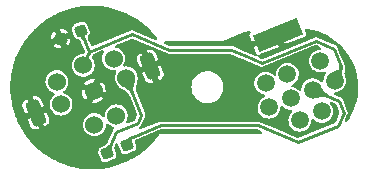
<source format=gbr>
G04 #@! TF.GenerationSoftware,KiCad,Pcbnew,(6.0.6-0)*
G04 #@! TF.CreationDate,2023-01-10T14:02:24-05:00*
G04 #@! TF.ProjectId,RGB Blaster 8DIN Adapter,52474220-426c-4617-9374-657220384449,1*
G04 #@! TF.SameCoordinates,Original*
G04 #@! TF.FileFunction,Copper,L2,Bot*
G04 #@! TF.FilePolarity,Positive*
%FSLAX46Y46*%
G04 Gerber Fmt 4.6, Leading zero omitted, Abs format (unit mm)*
G04 Created by KiCad (PCBNEW (6.0.6-0)) date 2023-01-10 14:02:24*
%MOMM*%
%LPD*%
G01*
G04 APERTURE LIST*
G04 Aperture macros list*
%AMRoundRect*
0 Rectangle with rounded corners*
0 $1 Rounding radius*
0 $2 $3 $4 $5 $6 $7 $8 $9 X,Y pos of 4 corners*
0 Add a 4 corners polygon primitive as box body*
4,1,4,$2,$3,$4,$5,$6,$7,$8,$9,$2,$3,0*
0 Add four circle primitives for the rounded corners*
1,1,$1+$1,$2,$3*
1,1,$1+$1,$4,$5*
1,1,$1+$1,$6,$7*
1,1,$1+$1,$8,$9*
0 Add four rect primitives between the rounded corners*
20,1,$1+$1,$2,$3,$4,$5,0*
20,1,$1+$1,$4,$5,$6,$7,0*
20,1,$1+$1,$6,$7,$8,$9,0*
20,1,$1+$1,$8,$9,$2,$3,0*%
%AMRotRect*
0 Rectangle, with rotation*
0 The origin of the aperture is its center*
0 $1 length*
0 $2 width*
0 $3 Rotation angle, in degrees counterclockwise*
0 Add horizontal line*
21,1,$1,$2,0,0,$3*%
G04 Aperture macros list end*
G04 #@! TA.AperFunction,ComponentPad*
%ADD10C,1.500000*%
G04 #@! TD*
G04 #@! TA.AperFunction,ComponentPad*
%ADD11RotRect,4.000000X1.500000X22.000000*%
G04 #@! TD*
G04 #@! TA.AperFunction,ComponentPad*
%ADD12C,1.524000*%
G04 #@! TD*
G04 #@! TA.AperFunction,ComponentPad*
%ADD13RoundRect,0.300000X-0.021530X0.854129X-0.577840X0.629365X0.021530X-0.854129X0.577840X-0.629365X0*%
G04 #@! TD*
G04 #@! TA.AperFunction,SMDPad,CuDef*
%ADD14RoundRect,0.237500X0.142827X0.313858X-0.320765X0.126555X-0.142827X-0.313858X0.320765X-0.126555X0*%
G04 #@! TD*
G04 #@! TA.AperFunction,ViaPad*
%ADD15C,0.700000*%
G04 #@! TD*
G04 #@! TA.AperFunction,Conductor*
%ADD16C,0.250000*%
G04 #@! TD*
G04 APERTURE END LIST*
D10*
X150381923Y-106377418D03*
X148527555Y-107126632D03*
X151487077Y-103773837D03*
X149632710Y-104523051D03*
X147778342Y-105272264D03*
X145923974Y-106021477D03*
X150274272Y-102106773D03*
X147492721Y-103230593D03*
X145638353Y-103979806D03*
D11*
X146662140Y-99866795D03*
D12*
X133003867Y-106744053D03*
X131149500Y-107493266D03*
X133839492Y-103526751D03*
X131076484Y-104643079D03*
D13*
X135886229Y-102559607D03*
X126178614Y-106481738D03*
D12*
X128322748Y-105755661D03*
X132766138Y-101911199D03*
X130199905Y-102473469D03*
X127972597Y-103847915D03*
D14*
X129980295Y-99520731D03*
X128288185Y-100204389D03*
X133918581Y-109242468D03*
X132226471Y-109926126D03*
D15*
X149069605Y-103109239D03*
X137715810Y-106789600D03*
X143367251Y-104291462D03*
X138612036Y-104622156D03*
X129279708Y-107330005D03*
D16*
X130697225Y-101301855D02*
X130697026Y-101301360D01*
X149917139Y-100414707D02*
X145331962Y-102267238D01*
X142696641Y-101145611D02*
X137435669Y-101145613D01*
X130199906Y-102473470D02*
X130697225Y-101301855D01*
X152016695Y-102526138D02*
X151421648Y-101053333D01*
X143823663Y-101627003D02*
X143822199Y-101623382D01*
X137435669Y-101145613D02*
X134337503Y-99830517D01*
X134337503Y-99830517D02*
X130697026Y-101301360D01*
X145331962Y-102267238D02*
X143823663Y-101627003D01*
X130697026Y-101301360D02*
X129977977Y-99521669D01*
X143822199Y-101623382D02*
X142696641Y-101145611D01*
X151421648Y-101053333D02*
X149917139Y-100414707D01*
X151487077Y-103773840D02*
X152016695Y-102526138D01*
X134453231Y-108499726D02*
X136778369Y-107560312D01*
X134453231Y-108499726D02*
X134181347Y-108609576D01*
X134181347Y-108609576D02*
X134143561Y-108698596D01*
X148354389Y-108990301D02*
X144976635Y-107556530D01*
X144972853Y-107560314D02*
X144976635Y-107556530D01*
X141172598Y-107560315D02*
X136778369Y-107560312D01*
X141172598Y-107560315D02*
X144972853Y-107560314D01*
X151784969Y-107604257D02*
X148354389Y-108990301D01*
X134143561Y-108698596D02*
X133915152Y-109236691D01*
X149632710Y-104523053D02*
X151847446Y-105463153D01*
X151847446Y-105463153D02*
X152260186Y-106484717D01*
X152260186Y-106484717D02*
X151784969Y-107604257D01*
X135122631Y-106672397D02*
X133852422Y-103528520D01*
X134818713Y-107388384D02*
X135122631Y-106672397D01*
X132990065Y-108127205D02*
X134818713Y-107388384D01*
X132226467Y-109926124D02*
X132990065Y-108127205D01*
G04 #@! TA.AperFunction,Conductor*
G36*
X130809607Y-101259815D02*
G01*
X130815871Y-101266213D01*
X130816343Y-101267649D01*
X130834608Y-101338345D01*
X130834980Y-101341196D01*
X130835507Y-101422255D01*
X130835273Y-101424659D01*
X130819334Y-101503174D01*
X130818805Y-101505002D01*
X130793781Y-101570860D01*
X130790620Y-101579178D01*
X130790015Y-101580512D01*
X130753928Y-101648420D01*
X130753351Y-101649391D01*
X130713788Y-101709126D01*
X130713274Y-101709840D01*
X130674744Y-101759463D01*
X130674302Y-101760000D01*
X130641280Y-101797675D01*
X130640906Y-101798081D01*
X130617875Y-101821982D01*
X130617615Y-101822243D01*
X130609008Y-101830602D01*
X130107887Y-102722947D01*
X130102783Y-102732035D01*
X130095745Y-102737570D01*
X130086853Y-102736507D01*
X130081318Y-102729469D01*
X130081374Y-102722947D01*
X130348572Y-101831338D01*
X130376956Y-101736622D01*
X130381633Y-101730275D01*
X130385961Y-101727363D01*
X130385963Y-101727361D01*
X130386059Y-101727297D01*
X130407091Y-101711990D01*
X130407172Y-101711925D01*
X130407189Y-101711912D01*
X130425813Y-101696951D01*
X130437361Y-101687675D01*
X130472978Y-101655337D01*
X130479491Y-101648420D01*
X130509839Y-101616186D01*
X130510051Y-101615961D01*
X130544687Y-101570530D01*
X130572997Y-101520032D01*
X130591087Y-101465448D01*
X130593900Y-101424659D01*
X130595005Y-101408643D01*
X130595005Y-101408640D01*
X130595065Y-101407766D01*
X130594865Y-101406914D01*
X130594865Y-101406911D01*
X130583336Y-101357750D01*
X130584784Y-101348913D01*
X130590364Y-101344223D01*
X130800652Y-101259720D01*
X130809607Y-101259815D01*
G37*
G04 #@! TD.AperFunction*
G04 #@! TA.AperFunction,Conductor*
G36*
X129903577Y-99305086D02*
G01*
X130446355Y-99551583D01*
X130452471Y-99558124D01*
X130453151Y-99563481D01*
X130443847Y-99650403D01*
X130443746Y-99651130D01*
X130429584Y-99733940D01*
X130429490Y-99734425D01*
X130413592Y-99808456D01*
X130413570Y-99808557D01*
X130399549Y-99871145D01*
X130398195Y-99877187D01*
X130398178Y-99877275D01*
X130398178Y-99877277D01*
X130387560Y-99933611D01*
X130385728Y-99943328D01*
X130378481Y-100010248D01*
X130378482Y-100010565D01*
X130378482Y-100010570D01*
X130378551Y-100027825D01*
X130378762Y-100081212D01*
X130378809Y-100081573D01*
X130378809Y-100081578D01*
X130388838Y-100159148D01*
X130388882Y-100159486D01*
X130388963Y-100159811D01*
X130388964Y-100159814D01*
X130399408Y-100201485D01*
X130411150Y-100248336D01*
X130411248Y-100248610D01*
X130444095Y-100340450D01*
X130443654Y-100349394D01*
X130437461Y-100355238D01*
X130226504Y-100440471D01*
X130217549Y-100440393D01*
X130211458Y-100434439D01*
X130178030Y-100360437D01*
X130171009Y-100344894D01*
X130168456Y-100340450D01*
X130125356Y-100265443D01*
X130125191Y-100265155D01*
X130078027Y-100201485D01*
X130028916Y-100149899D01*
X129977255Y-100106415D01*
X129922441Y-100067052D01*
X129863936Y-100027867D01*
X129863849Y-100027808D01*
X129801153Y-99984895D01*
X129800763Y-99984616D01*
X129733349Y-99934069D01*
X129732777Y-99933611D01*
X129666046Y-99876634D01*
X129661979Y-99868656D01*
X129662809Y-99863318D01*
X129887905Y-99311321D01*
X129894202Y-99304954D01*
X129903577Y-99305086D01*
G37*
G04 #@! TD.AperFunction*
G04 #@! TA.AperFunction,Conductor*
G36*
X152075888Y-102350021D02*
G01*
X152082405Y-102357059D01*
X152128428Y-102493804D01*
X152128824Y-102495304D01*
X152153755Y-102623860D01*
X152153950Y-102625435D01*
X152157567Y-102691711D01*
X152160160Y-102739220D01*
X152160154Y-102740587D01*
X152153639Y-102843986D01*
X152153625Y-102844204D01*
X152153541Y-102845045D01*
X152140167Y-102943127D01*
X152125959Y-103039700D01*
X152117029Y-103138656D01*
X152117036Y-103138970D01*
X152117036Y-103138975D01*
X152119423Y-103243872D01*
X152119433Y-103244302D01*
X152139226Y-103360942D01*
X152139362Y-103361356D01*
X152179842Y-103484879D01*
X152179162Y-103493808D01*
X152175706Y-103497911D01*
X151352958Y-104109802D01*
X151344275Y-104111990D01*
X151336588Y-104107396D01*
X151335046Y-104104587D01*
X151007041Y-103244727D01*
X150996681Y-103217569D01*
X150996935Y-103208618D01*
X151000773Y-103203907D01*
X151115002Y-103121610D01*
X151116479Y-103120705D01*
X151175840Y-103090130D01*
X151248613Y-103052648D01*
X151249572Y-103052207D01*
X151386175Y-102996801D01*
X151386553Y-102996655D01*
X151520262Y-102947730D01*
X151520321Y-102947707D01*
X151643306Y-102899168D01*
X151643311Y-102899166D01*
X151643584Y-102899058D01*
X151643840Y-102898925D01*
X151643845Y-102898923D01*
X151748433Y-102844689D01*
X151748998Y-102844396D01*
X151829271Y-102777393D01*
X151877144Y-102691711D01*
X151885357Y-102581007D01*
X151849382Y-102448971D01*
X151850514Y-102440090D01*
X151856288Y-102435049D01*
X152066933Y-102349943D01*
X152075888Y-102350021D01*
G37*
G04 #@! TD.AperFunction*
G04 #@! TA.AperFunction,Conductor*
G36*
X134392861Y-108402393D02*
G01*
X134477995Y-108613102D01*
X134477917Y-108622056D01*
X134472575Y-108627850D01*
X134411757Y-108659697D01*
X134364845Y-108702579D01*
X134337599Y-108751140D01*
X134337417Y-108752016D01*
X134327004Y-108802009D01*
X134326392Y-108804945D01*
X134327594Y-108863559D01*
X134337574Y-108926545D01*
X134337619Y-108926742D01*
X134352689Y-108993402D01*
X134352704Y-108993468D01*
X134369301Y-109063667D01*
X134369393Y-109064088D01*
X134383803Y-109136922D01*
X134383948Y-109137849D01*
X134391705Y-109204930D01*
X134389251Y-109213542D01*
X134384800Y-109216980D01*
X133842548Y-109455850D01*
X133833596Y-109456049D01*
X133827125Y-109449860D01*
X133826234Y-109446683D01*
X133766047Y-108993402D01*
X133741782Y-108810660D01*
X133744090Y-108802009D01*
X133748541Y-108798469D01*
X133823603Y-108764373D01*
X133823612Y-108764368D01*
X133823855Y-108764258D01*
X133824087Y-108764126D01*
X133824094Y-108764122D01*
X133891641Y-108725567D01*
X133891876Y-108725433D01*
X133948863Y-108685693D01*
X133998977Y-108645149D01*
X134046380Y-108603910D01*
X134095038Y-108562249D01*
X134095441Y-108561920D01*
X134149349Y-108520048D01*
X134150034Y-108519556D01*
X134213509Y-108477391D01*
X134214350Y-108476882D01*
X134291642Y-108434437D01*
X134292495Y-108434012D01*
X134377234Y-108396096D01*
X134386186Y-108395845D01*
X134392861Y-108402393D01*
G37*
G04 #@! TD.AperFunction*
G04 #@! TA.AperFunction,Conductor*
G36*
X150198343Y-104032753D02*
G01*
X150202714Y-104036142D01*
X150295568Y-104152731D01*
X150296169Y-104153557D01*
X150372378Y-104268571D01*
X150372784Y-104269229D01*
X150434528Y-104377287D01*
X150434691Y-104377582D01*
X150489006Y-104479359D01*
X150542899Y-104575386D01*
X150603380Y-104666166D01*
X150677545Y-104752368D01*
X150772489Y-104834660D01*
X150895309Y-104913708D01*
X150895623Y-104913860D01*
X150895628Y-104913863D01*
X151043086Y-104985325D01*
X151049036Y-104992017D01*
X151048753Y-105000424D01*
X150963611Y-105201006D01*
X150959768Y-105210060D01*
X150953381Y-105216336D01*
X150944969Y-105216472D01*
X150790797Y-105159920D01*
X150712198Y-105141435D01*
X150649030Y-105126579D01*
X150649028Y-105126579D01*
X150648617Y-105126482D01*
X150577377Y-105120145D01*
X150523898Y-105115387D01*
X150523893Y-105115387D01*
X150523467Y-105115349D01*
X150455331Y-105119269D01*
X150410301Y-105121859D01*
X150410298Y-105121859D01*
X150409939Y-105121880D01*
X150409580Y-105121945D01*
X150409575Y-105121946D01*
X150384151Y-105126579D01*
X150302623Y-105141435D01*
X150302398Y-105141494D01*
X150232463Y-105159837D01*
X150196109Y-105169372D01*
X150085147Y-105201006D01*
X150084824Y-105201093D01*
X149964206Y-105231741D01*
X149963479Y-105231900D01*
X149880015Y-105247326D01*
X149827797Y-105256976D01*
X149826785Y-105257118D01*
X149678408Y-105271312D01*
X149669846Y-105268688D01*
X149666534Y-105264259D01*
X149447847Y-104752046D01*
X149292298Y-104387714D01*
X149292201Y-104378761D01*
X149298888Y-104372189D01*
X150189392Y-104032499D01*
X150198343Y-104032753D01*
G37*
G04 #@! TD.AperFunction*
G04 #@! TA.AperFunction,Conductor*
G36*
X134592597Y-103563192D02*
G01*
X134598843Y-103569609D01*
X134599618Y-103575078D01*
X134584627Y-103728409D01*
X134584485Y-103729412D01*
X134558472Y-103869155D01*
X134558306Y-103869909D01*
X134526635Y-103993932D01*
X134526545Y-103994265D01*
X134494915Y-104104461D01*
X134493815Y-104108293D01*
X134493790Y-104108386D01*
X134493787Y-104108398D01*
X134469373Y-104200348D01*
X134464748Y-104217765D01*
X134444056Y-104328194D01*
X134441979Y-104359997D01*
X134439306Y-104400936D01*
X134436412Y-104445248D01*
X134446486Y-104574598D01*
X134478948Y-104721914D01*
X134534807Y-104882345D01*
X134534291Y-104891284D01*
X134528141Y-104897039D01*
X134316999Y-104982347D01*
X134308044Y-104982269D01*
X134301999Y-104976414D01*
X134231402Y-104823866D01*
X134168631Y-104722247D01*
X134153151Y-104697186D01*
X134153149Y-104697183D01*
X134152937Y-104696840D01*
X134070666Y-104598240D01*
X134044177Y-104574598D01*
X133984240Y-104521104D01*
X133984238Y-104521103D01*
X133983972Y-104520865D01*
X133892239Y-104457515D01*
X133794852Y-104400988D01*
X133794780Y-104400948D01*
X133794758Y-104400936D01*
X133691329Y-104344158D01*
X133691064Y-104344008D01*
X133580984Y-104279797D01*
X133580357Y-104279405D01*
X133463013Y-104200616D01*
X133462234Y-104200043D01*
X133343120Y-104104460D01*
X133338813Y-104096611D01*
X133339523Y-104091137D01*
X133687196Y-103186998D01*
X133693363Y-103180506D01*
X133702739Y-103180449D01*
X134592597Y-103563192D01*
G37*
G04 #@! TD.AperFunction*
G04 #@! TA.AperFunction,Conductor*
G36*
X132490988Y-109011798D02*
G01*
X132504575Y-109017565D01*
X132700429Y-109100700D01*
X132706705Y-109107087D01*
X132706803Y-109115601D01*
X132672170Y-109207323D01*
X132648270Y-109295937D01*
X132636692Y-109374164D01*
X132635058Y-109445240D01*
X132635086Y-109445555D01*
X132635086Y-109445561D01*
X132640585Y-109507817D01*
X132640989Y-109512396D01*
X132652107Y-109578867D01*
X132666035Y-109647887D01*
X132680346Y-109722455D01*
X132680422Y-109722899D01*
X132692747Y-109806141D01*
X132692832Y-109806874D01*
X132700176Y-109894150D01*
X132697455Y-109902681D01*
X132693111Y-109905891D01*
X132144863Y-110139968D01*
X132135910Y-110140065D01*
X132129338Y-110133378D01*
X131972670Y-109722688D01*
X131916864Y-109576398D01*
X131917117Y-109567448D01*
X131920403Y-109563161D01*
X131988282Y-109507817D01*
X131988868Y-109507369D01*
X132057290Y-109458421D01*
X132057702Y-109458140D01*
X132121172Y-109416710D01*
X132121265Y-109416649D01*
X132180543Y-109378750D01*
X132180587Y-109378722D01*
X132236126Y-109340545D01*
X132288555Y-109298160D01*
X132288778Y-109297935D01*
X132288783Y-109297930D01*
X132338290Y-109247871D01*
X132338291Y-109247870D01*
X132338547Y-109247611D01*
X132356283Y-109224565D01*
X132386573Y-109185207D01*
X132386578Y-109185199D01*
X132386777Y-109184941D01*
X132433918Y-109106192D01*
X132475842Y-109017564D01*
X132482476Y-109011552D01*
X132490988Y-109011798D01*
G37*
G04 #@! TD.AperFunction*
G04 #@! TA.AperFunction,Conductor*
G36*
X131282832Y-97424268D02*
G01*
X131292165Y-97424723D01*
X131803213Y-97468942D01*
X131812468Y-97470095D01*
X132133884Y-97522520D01*
X132318768Y-97552676D01*
X132327927Y-97554527D01*
X132577236Y-97614761D01*
X132826556Y-97674997D01*
X132835528Y-97677526D01*
X133043377Y-97744664D01*
X133323676Y-97835205D01*
X133332453Y-97838410D01*
X133807329Y-98032396D01*
X133815840Y-98036253D01*
X134274756Y-98265446D01*
X134282953Y-98269933D01*
X134723321Y-98533042D01*
X134731157Y-98538134D01*
X135132963Y-98821326D01*
X135150440Y-98833644D01*
X135157867Y-98839309D01*
X135436611Y-99069044D01*
X135553725Y-99165567D01*
X135560707Y-99171778D01*
X135916486Y-99513116D01*
X135930861Y-99526908D01*
X135937355Y-99533626D01*
X136279723Y-99915631D01*
X136285693Y-99922820D01*
X136432922Y-100114351D01*
X136458171Y-100179496D01*
X136444192Y-100247953D01*
X136395421Y-100297985D01*
X136327343Y-100313707D01*
X136286159Y-100304063D01*
X134653517Y-99611047D01*
X134482746Y-99538559D01*
X134472984Y-99533902D01*
X134449219Y-99521266D01*
X134449218Y-99521266D01*
X134439640Y-99516173D01*
X134428899Y-99514663D01*
X134428898Y-99514663D01*
X134413045Y-99512435D01*
X134402231Y-99510915D01*
X134391612Y-99508947D01*
X134354801Y-99500449D01*
X134344035Y-99501771D01*
X134340373Y-99501579D01*
X134336711Y-99501707D01*
X134325969Y-99500197D01*
X134289016Y-99508052D01*
X134278367Y-99509834D01*
X134240868Y-99514438D01*
X134207195Y-99531595D01*
X134197376Y-99536069D01*
X131003347Y-100826536D01*
X130991860Y-100831177D01*
X130922328Y-100838039D01*
X130860124Y-100806220D01*
X130830438Y-100762658D01*
X130688453Y-100411236D01*
X130646420Y-100307202D01*
X130638730Y-100278924D01*
X130638485Y-100277272D01*
X130637592Y-100271245D01*
X130635542Y-100265514D01*
X130635541Y-100265509D01*
X130610082Y-100194327D01*
X130606559Y-100182714D01*
X130605917Y-100180151D01*
X130592906Y-100128237D01*
X130590211Y-100113998D01*
X130589107Y-100105456D01*
X130585200Y-100075239D01*
X130584178Y-100059838D01*
X130584139Y-100049782D01*
X130584093Y-100038235D01*
X130603514Y-99971120D01*
X130626170Y-99944663D01*
X130632919Y-99938723D01*
X130639879Y-99932598D01*
X130708795Y-99820359D01*
X130711226Y-99810927D01*
X130739348Y-99701788D01*
X130741660Y-99692817D01*
X130741079Y-99680251D01*
X130735921Y-99568805D01*
X130735921Y-99568802D01*
X130735571Y-99561250D01*
X130726771Y-99531730D01*
X130720381Y-99515915D01*
X130510720Y-98996986D01*
X130510718Y-98996981D01*
X130509624Y-98994274D01*
X130495448Y-98966925D01*
X130479931Y-98949294D01*
X130414559Y-98875013D01*
X130414557Y-98875011D01*
X130408434Y-98868054D01*
X130296195Y-98799138D01*
X130287218Y-98796825D01*
X130287216Y-98796824D01*
X130177632Y-98768586D01*
X130177629Y-98768586D01*
X130168654Y-98766273D01*
X130105189Y-98769210D01*
X130044639Y-98772012D01*
X130044635Y-98772013D01*
X130037086Y-98772362D01*
X130024697Y-98776055D01*
X130010363Y-98780328D01*
X130010354Y-98780331D01*
X130007567Y-98781162D01*
X130004866Y-98782253D01*
X130004864Y-98782254D01*
X129449633Y-99006583D01*
X129449627Y-99006586D01*
X129446931Y-99007675D01*
X129419582Y-99021850D01*
X129413911Y-99026841D01*
X129327670Y-99102739D01*
X129327668Y-99102741D01*
X129320711Y-99108864D01*
X129251795Y-99221103D01*
X129218930Y-99348645D01*
X129219358Y-99357899D01*
X129219358Y-99357902D01*
X129224505Y-99469115D01*
X129225019Y-99480212D01*
X129227180Y-99487460D01*
X129231389Y-99501579D01*
X129233819Y-99509732D01*
X129234910Y-99512433D01*
X129234911Y-99512435D01*
X129447183Y-100037824D01*
X129450966Y-100047188D01*
X129465142Y-100074537D01*
X129470133Y-100080208D01*
X129546031Y-100166449D01*
X129546033Y-100166451D01*
X129552156Y-100173408D01*
X129664395Y-100242324D01*
X129673372Y-100244637D01*
X129673374Y-100244638D01*
X129782958Y-100272876D01*
X129782961Y-100272876D01*
X129791936Y-100275189D01*
X129804873Y-100274590D01*
X129808783Y-100275544D01*
X129810415Y-100275713D01*
X129810392Y-100275937D01*
X129872750Y-100291153D01*
X129900415Y-100312956D01*
X129915164Y-100328448D01*
X129924996Y-100340139D01*
X129948673Y-100372102D01*
X129956545Y-100384129D01*
X129966935Y-100402211D01*
X129984841Y-100433374D01*
X129990330Y-100444104D01*
X130021798Y-100513766D01*
X130024179Y-100519036D01*
X130027492Y-100523770D01*
X130027492Y-100523771D01*
X130029578Y-100526752D01*
X130042952Y-100551390D01*
X130317036Y-101229766D01*
X130325679Y-101251157D01*
X130332541Y-101320689D01*
X130324850Y-101346060D01*
X130287829Y-101433275D01*
X130243515Y-101487294D01*
X130184926Y-101508314D01*
X130079948Y-101517867D01*
X130024720Y-101522893D01*
X130024719Y-101522893D01*
X130018678Y-101523443D01*
X130012859Y-101525156D01*
X130012857Y-101525156D01*
X129843417Y-101575025D01*
X129843412Y-101575027D01*
X129837602Y-101576737D01*
X129832232Y-101579544D01*
X129832228Y-101579546D01*
X129756391Y-101619193D01*
X129670325Y-101664187D01*
X129523221Y-101782462D01*
X129401891Y-101927057D01*
X129310957Y-102092465D01*
X129253883Y-102272386D01*
X129248080Y-102324123D01*
X129233675Y-102452541D01*
X129232842Y-102459965D01*
X129248637Y-102648059D01*
X129300665Y-102829503D01*
X129303437Y-102834898D01*
X129303438Y-102834899D01*
X129319429Y-102866014D01*
X129386945Y-102997386D01*
X129390713Y-103002140D01*
X129481394Y-103116551D01*
X129504190Y-103145313D01*
X129508809Y-103149244D01*
X129643321Y-103263723D01*
X129643326Y-103263727D01*
X129647935Y-103267649D01*
X129812705Y-103359736D01*
X129884351Y-103383015D01*
X129977120Y-103413157D01*
X129992222Y-103418064D01*
X130179650Y-103440414D01*
X130185694Y-103439949D01*
X130185695Y-103439949D01*
X130243813Y-103435477D01*
X130367850Y-103425933D01*
X130549653Y-103375172D01*
X130677056Y-103310817D01*
X130712722Y-103292801D01*
X130712724Y-103292800D01*
X130718134Y-103290067D01*
X130866875Y-103173857D01*
X130949505Y-103078129D01*
X130986247Y-103035564D01*
X130986249Y-103035561D01*
X130990212Y-103030970D01*
X131003683Y-103007258D01*
X131046948Y-102931097D01*
X131083447Y-102866847D01*
X131125902Y-102739224D01*
X131141116Y-102693489D01*
X131141116Y-102693488D01*
X131143028Y-102687741D01*
X131147304Y-102653897D01*
X131166250Y-102503918D01*
X131166250Y-102503917D01*
X131166685Y-102500474D01*
X131166957Y-102480970D01*
X131167014Y-102476930D01*
X131167014Y-102476924D01*
X131167062Y-102473469D01*
X131158979Y-102391032D01*
X131149235Y-102291650D01*
X131149235Y-102291648D01*
X131148643Y-102285614D01*
X131146703Y-102279187D01*
X131095839Y-102110720D01*
X131094086Y-102104914D01*
X131005471Y-101938252D01*
X131000677Y-101932373D01*
X130952871Y-101873759D01*
X130925755Y-101809366D01*
X130939465Y-101737199D01*
X130971010Y-101677838D01*
X130971036Y-101677787D01*
X130971483Y-101676946D01*
X130971897Y-101676105D01*
X130971912Y-101676075D01*
X130976757Y-101666224D01*
X130976762Y-101666213D01*
X130977167Y-101665390D01*
X130977772Y-101664056D01*
X130978143Y-101663166D01*
X130978156Y-101663135D01*
X130982335Y-101653096D01*
X130982337Y-101653091D01*
X130982720Y-101652171D01*
X130993879Y-101622805D01*
X131010449Y-101579196D01*
X131010454Y-101579181D01*
X131010905Y-101577995D01*
X131011314Y-101576770D01*
X131011326Y-101576737D01*
X131013011Y-101571692D01*
X131052920Y-101514342D01*
X131084170Y-101496007D01*
X131804914Y-101204809D01*
X131874444Y-101197947D01*
X131936648Y-101229766D01*
X131971774Y-101290164D01*
X131968671Y-101359964D01*
X131960025Y-101379517D01*
X131880111Y-101524880D01*
X131880108Y-101524888D01*
X131877190Y-101530195D01*
X131820116Y-101710116D01*
X131814199Y-101762864D01*
X131804360Y-101850583D01*
X131799075Y-101897695D01*
X131814870Y-102085789D01*
X131866898Y-102267233D01*
X131869670Y-102272628D01*
X131869671Y-102272629D01*
X131886090Y-102304577D01*
X131953178Y-102435116D01*
X131956946Y-102439870D01*
X132057050Y-102566170D01*
X132070423Y-102583043D01*
X132075042Y-102586974D01*
X132209554Y-102701453D01*
X132209559Y-102701457D01*
X132214168Y-102705379D01*
X132378938Y-102797466D01*
X132401993Y-102804957D01*
X132540503Y-102849961D01*
X132558455Y-102855794D01*
X132564476Y-102856512D01*
X132574489Y-102857706D01*
X132745883Y-102878144D01*
X132751927Y-102877679D01*
X132751928Y-102877679D01*
X132852284Y-102869957D01*
X132884540Y-102867475D01*
X132952892Y-102881959D01*
X133002563Y-102931097D01*
X133017783Y-102999289D01*
X133002715Y-103050847D01*
X132953465Y-103140432D01*
X132953462Y-103140440D01*
X132950544Y-103145747D01*
X132948712Y-103151521D01*
X132948712Y-103151522D01*
X132942494Y-103171125D01*
X132893470Y-103325668D01*
X132888652Y-103368618D01*
X132877627Y-103466911D01*
X132872429Y-103513247D01*
X132888224Y-103701341D01*
X132940252Y-103882785D01*
X132943024Y-103888180D01*
X132943025Y-103888181D01*
X132952343Y-103906311D01*
X133026532Y-104050668D01*
X133030300Y-104055422D01*
X133133385Y-104185483D01*
X133143777Y-104198595D01*
X133189116Y-104237181D01*
X133203726Y-104251892D01*
X133214506Y-104264737D01*
X133333620Y-104360320D01*
X133334116Y-104360701D01*
X133334126Y-104360709D01*
X133336495Y-104362529D01*
X133340469Y-104365583D01*
X133341248Y-104366156D01*
X133341796Y-104366541D01*
X133347888Y-104370825D01*
X133347916Y-104370844D01*
X133348459Y-104371226D01*
X133465803Y-104450015D01*
X133466237Y-104450296D01*
X133470984Y-104453373D01*
X133471030Y-104453402D01*
X133471417Y-104453653D01*
X133472044Y-104454045D01*
X133477441Y-104457305D01*
X133477765Y-104457494D01*
X133477807Y-104457519D01*
X133576357Y-104515004D01*
X133587521Y-104521516D01*
X133587772Y-104521660D01*
X133589657Y-104522744D01*
X133589705Y-104522771D01*
X133589835Y-104522846D01*
X133590100Y-104522996D01*
X133592439Y-104524300D01*
X133592536Y-104524353D01*
X133592615Y-104524397D01*
X133692437Y-104579194D01*
X133695008Y-104580646D01*
X133704357Y-104586072D01*
X133777895Y-104628755D01*
X133786111Y-104633965D01*
X133794317Y-104639632D01*
X133836398Y-104668692D01*
X133850325Y-104678310D01*
X133862427Y-104687829D01*
X133915759Y-104735428D01*
X133928398Y-104748495D01*
X133980132Y-104810498D01*
X133990419Y-104824775D01*
X134046178Y-104915044D01*
X134053214Y-104928130D01*
X134081107Y-104988401D01*
X134115502Y-105062722D01*
X134120350Y-105069550D01*
X134134210Y-105094880D01*
X134476567Y-105942244D01*
X134751085Y-106621700D01*
X134757947Y-106691232D01*
X134750257Y-106716601D01*
X134591839Y-107089813D01*
X134547525Y-107143832D01*
X134524148Y-107156334D01*
X134510873Y-107161697D01*
X134013945Y-107362468D01*
X133944413Y-107369330D01*
X133882209Y-107337511D01*
X133847083Y-107277113D01*
X133850186Y-107207312D01*
X133859677Y-107186248D01*
X133873624Y-107161697D01*
X133887409Y-107137431D01*
X133946990Y-106958325D01*
X133949027Y-106942205D01*
X133970212Y-106774502D01*
X133970212Y-106774501D01*
X133970647Y-106771058D01*
X133971024Y-106744053D01*
X133963697Y-106669323D01*
X133953197Y-106562234D01*
X133953197Y-106562232D01*
X133952605Y-106556198D01*
X133950569Y-106549453D01*
X133899801Y-106381304D01*
X133898048Y-106375498D01*
X133826407Y-106240760D01*
X133812280Y-106214190D01*
X133812279Y-106214188D01*
X133809433Y-106208836D01*
X133804639Y-106202957D01*
X133693968Y-106067263D01*
X133693967Y-106067262D01*
X133690133Y-106062561D01*
X133640471Y-106021477D01*
X133549369Y-105946111D01*
X133549366Y-105946109D01*
X133544694Y-105942244D01*
X133537898Y-105938569D01*
X133383998Y-105855356D01*
X133378655Y-105852467D01*
X133348489Y-105843129D01*
X133204141Y-105798445D01*
X133204137Y-105798444D01*
X133198341Y-105796650D01*
X133010619Y-105776920D01*
X133004586Y-105777469D01*
X133004582Y-105777469D01*
X132828682Y-105793477D01*
X132828681Y-105793477D01*
X132822640Y-105794027D01*
X132816821Y-105795740D01*
X132816819Y-105795740D01*
X132647379Y-105845609D01*
X132647374Y-105845611D01*
X132641564Y-105847321D01*
X132636194Y-105850128D01*
X132636190Y-105850130D01*
X132628344Y-105854232D01*
X132474287Y-105934771D01*
X132374280Y-106015179D01*
X132333279Y-106048145D01*
X132327183Y-106053046D01*
X132205853Y-106197641D01*
X132114919Y-106363049D01*
X132113087Y-106368823D01*
X132113087Y-106368824D01*
X132111455Y-106373970D01*
X132057845Y-106542970D01*
X132048438Y-106626830D01*
X132036959Y-106729165D01*
X132009924Y-106793592D01*
X131952349Y-106833176D01*
X131882513Y-106835348D01*
X131834695Y-106810888D01*
X131690327Y-106691457D01*
X131683531Y-106687782D01*
X131529631Y-106604569D01*
X131524288Y-106601680D01*
X131476972Y-106587033D01*
X131349774Y-106547658D01*
X131349770Y-106547657D01*
X131343974Y-106545863D01*
X131156252Y-106526133D01*
X131150219Y-106526682D01*
X131150215Y-106526682D01*
X130974315Y-106542690D01*
X130974314Y-106542690D01*
X130968273Y-106543240D01*
X130962454Y-106544953D01*
X130962452Y-106544953D01*
X130793012Y-106594822D01*
X130793007Y-106594824D01*
X130787197Y-106596534D01*
X130781827Y-106599341D01*
X130781823Y-106599343D01*
X130729246Y-106626830D01*
X130619920Y-106683984D01*
X130543947Y-106745068D01*
X130483596Y-106793592D01*
X130472816Y-106802259D01*
X130351486Y-106946854D01*
X130260552Y-107112262D01*
X130258720Y-107118036D01*
X130258720Y-107118037D01*
X130246117Y-107157766D01*
X130203478Y-107292183D01*
X130182437Y-107479762D01*
X130198232Y-107667856D01*
X130250260Y-107849300D01*
X130253032Y-107854695D01*
X130253033Y-107854696D01*
X130293301Y-107933049D01*
X130336540Y-108017183D01*
X130340308Y-108021937D01*
X130432086Y-108137732D01*
X130453785Y-108165110D01*
X130458404Y-108169041D01*
X130592916Y-108283520D01*
X130592921Y-108283524D01*
X130597530Y-108287446D01*
X130762300Y-108379533D01*
X130941817Y-108437861D01*
X131129245Y-108460211D01*
X131135289Y-108459746D01*
X131135290Y-108459746D01*
X131192420Y-108455350D01*
X131317445Y-108445730D01*
X131499248Y-108394969D01*
X131604260Y-108341924D01*
X131662317Y-108312598D01*
X131662319Y-108312597D01*
X131667729Y-108309864D01*
X131816470Y-108193654D01*
X131913260Y-108081522D01*
X131935842Y-108055361D01*
X131935844Y-108055358D01*
X131939807Y-108050767D01*
X131956432Y-108021503D01*
X132001443Y-107942268D01*
X132033042Y-107886644D01*
X132092623Y-107707538D01*
X132094016Y-107696517D01*
X132115845Y-107523715D01*
X132115845Y-107523714D01*
X132116280Y-107520271D01*
X132116328Y-107516803D01*
X132116570Y-107513349D01*
X132118093Y-107513456D01*
X132136880Y-107452524D01*
X132190296Y-107407485D01*
X132259583Y-107398475D01*
X132320650Y-107426533D01*
X132451897Y-107538233D01*
X132616667Y-107630320D01*
X132673448Y-107648769D01*
X132731397Y-107667598D01*
X132789073Y-107707035D01*
X132816271Y-107771394D01*
X132804356Y-107840240D01*
X132776863Y-107876606D01*
X132768903Y-107881580D01*
X132762219Y-107890135D01*
X132759490Y-107892592D01*
X132757000Y-107895263D01*
X132748338Y-107901790D01*
X132727761Y-107933475D01*
X132721494Y-107942260D01*
X132698232Y-107972035D01*
X132694881Y-107982347D01*
X132694878Y-107982353D01*
X132686557Y-108007962D01*
X132682770Y-108018092D01*
X132309262Y-108898021D01*
X132294713Y-108923440D01*
X132290077Y-108929691D01*
X132255033Y-109003776D01*
X132249334Y-109014444D01*
X132220323Y-109062906D01*
X132212206Y-109074830D01*
X132188157Y-109106081D01*
X132178058Y-109117644D01*
X132155326Y-109140629D01*
X132145119Y-109149863D01*
X132116876Y-109172696D01*
X132109182Y-109178438D01*
X132068704Y-109206262D01*
X132065295Y-109208522D01*
X132010570Y-109243510D01*
X132009100Y-109244460D01*
X132009021Y-109244512D01*
X132008937Y-109244566D01*
X132008860Y-109244616D01*
X131954871Y-109279858D01*
X131945374Y-109286057D01*
X131945049Y-109286274D01*
X131942126Y-109288224D01*
X131942072Y-109288260D01*
X131941911Y-109288368D01*
X131941499Y-109288649D01*
X131941237Y-109288832D01*
X131941208Y-109288852D01*
X131938031Y-109291071D01*
X131937974Y-109291112D01*
X131937724Y-109291286D01*
X131937399Y-109291519D01*
X131937387Y-109291527D01*
X131876013Y-109335432D01*
X131850320Y-109349552D01*
X131693107Y-109413070D01*
X131665758Y-109427245D01*
X131660087Y-109432236D01*
X131573846Y-109508134D01*
X131573844Y-109508136D01*
X131566887Y-109514259D01*
X131497971Y-109626498D01*
X131465106Y-109754040D01*
X131465534Y-109763294D01*
X131465534Y-109763297D01*
X131470845Y-109878052D01*
X131471195Y-109885607D01*
X131479995Y-109915127D01*
X131481086Y-109917828D01*
X131481087Y-109917830D01*
X131691728Y-110439182D01*
X131697142Y-110452583D01*
X131711318Y-110479932D01*
X131716309Y-110485603D01*
X131792207Y-110571844D01*
X131792209Y-110571846D01*
X131798332Y-110578803D01*
X131910571Y-110647719D01*
X131919548Y-110650032D01*
X131919550Y-110650033D01*
X132029134Y-110678271D01*
X132029137Y-110678271D01*
X132038112Y-110680584D01*
X132101577Y-110677647D01*
X132162127Y-110674845D01*
X132162131Y-110674844D01*
X132169680Y-110674495D01*
X132182069Y-110670802D01*
X132196403Y-110666529D01*
X132196412Y-110666526D01*
X132199199Y-110665695D01*
X132255700Y-110642867D01*
X132757133Y-110440274D01*
X132757139Y-110440271D01*
X132759835Y-110439182D01*
X132787184Y-110425007D01*
X132804815Y-110409490D01*
X132879096Y-110344118D01*
X132879098Y-110344116D01*
X132886055Y-110337993D01*
X132954971Y-110225754D01*
X132987836Y-110098212D01*
X132983149Y-109996926D01*
X132982097Y-109974200D01*
X132982097Y-109974197D01*
X132981747Y-109966645D01*
X132972947Y-109937125D01*
X132965152Y-109917830D01*
X132894716Y-109743496D01*
X132887024Y-109715208D01*
X132883751Y-109693104D01*
X132883706Y-109692800D01*
X132882976Y-109688228D01*
X132882900Y-109687784D01*
X132882163Y-109683723D01*
X132880296Y-109673992D01*
X132867852Y-109609155D01*
X132867474Y-109607237D01*
X132861667Y-109578461D01*
X132854629Y-109543584D01*
X132853883Y-109539537D01*
X132850977Y-109522160D01*
X132845784Y-109491116D01*
X132844566Y-109481568D01*
X132841373Y-109445412D01*
X132840925Y-109431654D01*
X132841668Y-109399333D01*
X132842971Y-109384028D01*
X132848743Y-109345029D01*
X132851685Y-109330893D01*
X132866389Y-109276376D01*
X132870105Y-109264865D01*
X132897013Y-109193602D01*
X132897014Y-109193599D01*
X132899055Y-109188193D01*
X132900060Y-109182503D01*
X132900062Y-109182494D01*
X132900692Y-109178925D01*
X132908660Y-109152036D01*
X132923359Y-109117406D01*
X132967672Y-109063387D01*
X133034156Y-109041900D01*
X133101702Y-109059769D01*
X133148865Y-109111319D01*
X133161369Y-109160122D01*
X133162919Y-109193602D01*
X133163305Y-109201949D01*
X133165466Y-109209197D01*
X133170010Y-109224440D01*
X133172105Y-109231469D01*
X133173196Y-109234170D01*
X133173197Y-109234172D01*
X133383838Y-109755524D01*
X133389252Y-109768925D01*
X133403428Y-109796274D01*
X133408419Y-109801945D01*
X133484317Y-109888186D01*
X133484319Y-109888188D01*
X133490442Y-109895145D01*
X133602681Y-109964061D01*
X133611658Y-109966374D01*
X133611660Y-109966375D01*
X133721244Y-109994613D01*
X133721247Y-109994613D01*
X133730222Y-109996926D01*
X133793687Y-109993989D01*
X133854237Y-109991187D01*
X133854241Y-109991186D01*
X133861790Y-109990837D01*
X133874179Y-109987144D01*
X133888513Y-109982871D01*
X133888522Y-109982868D01*
X133891309Y-109982037D01*
X133910706Y-109974200D01*
X134449243Y-109756616D01*
X134449249Y-109756613D01*
X134451945Y-109755524D01*
X134479294Y-109741349D01*
X134534844Y-109692461D01*
X134571206Y-109660460D01*
X134571208Y-109660458D01*
X134578165Y-109654335D01*
X134647081Y-109542096D01*
X134679946Y-109414554D01*
X134678886Y-109391637D01*
X134674207Y-109290542D01*
X134674207Y-109290539D01*
X134673857Y-109282987D01*
X134665057Y-109253467D01*
X134663959Y-109250748D01*
X134572846Y-109025236D01*
X134567144Y-109007316D01*
X134553043Y-108947675D01*
X134552795Y-108946602D01*
X134547859Y-108924770D01*
X134552277Y-108855041D01*
X134593692Y-108798769D01*
X134622354Y-108782459D01*
X136819294Y-107894841D01*
X136865744Y-107885812D01*
X141144123Y-107885815D01*
X141201073Y-107885815D01*
X144894098Y-107885814D01*
X144942549Y-107895671D01*
X145238990Y-108021503D01*
X145293008Y-108065818D01*
X145314494Y-108132302D01*
X145296624Y-108199848D01*
X145245074Y-108247010D01*
X145190600Y-108259646D01*
X136801398Y-108263705D01*
X136780643Y-108261965D01*
X136778806Y-108261654D01*
X136776255Y-108261222D01*
X136776254Y-108261222D01*
X136762484Y-108258891D01*
X136731151Y-108267930D01*
X136727286Y-108269045D01*
X136720551Y-108270785D01*
X136694640Y-108276708D01*
X136694638Y-108276709D01*
X136684840Y-108278949D01*
X136680243Y-108282616D01*
X136674593Y-108284246D01*
X136667098Y-108290945D01*
X136667097Y-108290946D01*
X136647278Y-108308662D01*
X136641963Y-108313150D01*
X136613329Y-108335991D01*
X136610777Y-108341288D01*
X136606392Y-108345208D01*
X136602545Y-108354492D01*
X136601306Y-108356046D01*
X136600240Y-108359246D01*
X136592965Y-108369499D01*
X136588849Y-108376640D01*
X136304303Y-108748578D01*
X136295865Y-108759607D01*
X136289916Y-108766803D01*
X135948421Y-109149603D01*
X135941950Y-109156328D01*
X135572608Y-109512316D01*
X135565641Y-109518543D01*
X135355200Y-109692800D01*
X135170532Y-109845715D01*
X135163132Y-109851386D01*
X134744512Y-110147872D01*
X134736711Y-110152968D01*
X134296935Y-110417100D01*
X134288765Y-110421597D01*
X133838594Y-110647719D01*
X133830354Y-110651858D01*
X133821853Y-110655733D01*
X133761416Y-110680584D01*
X133347442Y-110850805D01*
X133338672Y-110854031D01*
X132850896Y-111012831D01*
X132841909Y-111015387D01*
X132343552Y-111137007D01*
X132334398Y-111138878D01*
X131828312Y-111222621D01*
X131819060Y-111223796D01*
X131308093Y-111269193D01*
X131298770Y-111269669D01*
X130883441Y-111275166D01*
X130785843Y-111276458D01*
X130776502Y-111276230D01*
X130663398Y-111269193D01*
X130264499Y-111244374D01*
X130255215Y-111243444D01*
X130001154Y-111208285D01*
X129747101Y-111173127D01*
X129737899Y-111171499D01*
X129236503Y-111063114D01*
X129227452Y-111060797D01*
X128735635Y-110914963D01*
X128726788Y-110911972D01*
X128566062Y-110850805D01*
X128247372Y-110729522D01*
X128238770Y-110725872D01*
X127774440Y-110507834D01*
X127766137Y-110503546D01*
X127734388Y-110485603D01*
X127319558Y-110251167D01*
X127311602Y-110246267D01*
X127076533Y-110088955D01*
X126885276Y-109960963D01*
X126877714Y-109955478D01*
X126474093Y-109638888D01*
X126466968Y-109632852D01*
X126460017Y-109626498D01*
X126211487Y-109399333D01*
X126088335Y-109286767D01*
X126081680Y-109280207D01*
X125730186Y-108906594D01*
X125724044Y-108899552D01*
X125401676Y-108500525D01*
X125396082Y-108493040D01*
X125104683Y-108070876D01*
X125099669Y-108062992D01*
X124840886Y-107620082D01*
X124836479Y-107611841D01*
X124611789Y-107150710D01*
X124608015Y-107142162D01*
X124567600Y-107040395D01*
X125489345Y-107040395D01*
X125490651Y-107048017D01*
X125704803Y-107578060D01*
X125708004Y-107584787D01*
X125746017Y-107653648D01*
X125755358Y-107666387D01*
X125847952Y-107763621D01*
X125861047Y-107774075D01*
X125975966Y-107842578D01*
X125991374Y-107849119D01*
X126120486Y-107884199D01*
X126137091Y-107886356D01*
X126271365Y-107885419D01*
X126287018Y-107883288D01*
X126362942Y-107862801D01*
X126370029Y-107860423D01*
X126432297Y-107835266D01*
X126444555Y-107825564D01*
X126445141Y-107823851D01*
X126443835Y-107816228D01*
X126044938Y-106828925D01*
X126035235Y-106816667D01*
X126033522Y-106816080D01*
X126025900Y-106817386D01*
X125502190Y-107028979D01*
X125489932Y-107038682D01*
X125489345Y-107040395D01*
X124567600Y-107040395D01*
X124460639Y-106771058D01*
X124418679Y-106665400D01*
X124415561Y-106656594D01*
X124406267Y-106626830D01*
X126512956Y-106626830D01*
X126514262Y-106634452D01*
X126913159Y-107621754D01*
X126922862Y-107634012D01*
X126924575Y-107634599D01*
X126932197Y-107633293D01*
X126998647Y-107606445D01*
X127005374Y-107603244D01*
X127074235Y-107565231D01*
X127086974Y-107555890D01*
X127184209Y-107463295D01*
X127194663Y-107450199D01*
X127263163Y-107335288D01*
X127269708Y-107319869D01*
X127304786Y-107190762D01*
X127306943Y-107174156D01*
X127306006Y-107039885D01*
X127303875Y-107024228D01*
X127283386Y-106948297D01*
X127281015Y-106941231D01*
X127068549Y-106415359D01*
X127058846Y-106403101D01*
X127057133Y-106402514D01*
X127049511Y-106403820D01*
X126525801Y-106615414D01*
X126513543Y-106625117D01*
X126512956Y-106626830D01*
X124406267Y-106626830D01*
X124262669Y-106166938D01*
X124260222Y-106157920D01*
X124174975Y-105789320D01*
X125050285Y-105789320D01*
X125051222Y-105923591D01*
X125053353Y-105939248D01*
X125073842Y-106015179D01*
X125076213Y-106022245D01*
X125288679Y-106548117D01*
X125298382Y-106560375D01*
X125300095Y-106560962D01*
X125307717Y-106559656D01*
X125831427Y-106348062D01*
X125843685Y-106338359D01*
X125844272Y-106336646D01*
X125842966Y-106329024D01*
X125444069Y-105341722D01*
X125434366Y-105329464D01*
X125432653Y-105328877D01*
X125425031Y-105330183D01*
X125358581Y-105357031D01*
X125351854Y-105360232D01*
X125282993Y-105398245D01*
X125270254Y-105407586D01*
X125173019Y-105500181D01*
X125162565Y-105513277D01*
X125094065Y-105628188D01*
X125087520Y-105643607D01*
X125052442Y-105772714D01*
X125050285Y-105789320D01*
X124174975Y-105789320D01*
X124144638Y-105658148D01*
X124142877Y-105648971D01*
X124065255Y-105141906D01*
X124064993Y-105139625D01*
X125912087Y-105139625D01*
X125913393Y-105147248D01*
X126312290Y-106134551D01*
X126321993Y-106146809D01*
X126323706Y-106147396D01*
X126331328Y-106146090D01*
X126855038Y-105934497D01*
X126867296Y-105924794D01*
X126867883Y-105923081D01*
X126866577Y-105915459D01*
X126652425Y-105385416D01*
X126649224Y-105378689D01*
X126611211Y-105309828D01*
X126601870Y-105297089D01*
X126509276Y-105199855D01*
X126496181Y-105189401D01*
X126381262Y-105120898D01*
X126365854Y-105114357D01*
X126236742Y-105079277D01*
X126220137Y-105077120D01*
X126085863Y-105078057D01*
X126070210Y-105080188D01*
X125994286Y-105100675D01*
X125987199Y-105103053D01*
X125924931Y-105128210D01*
X125912673Y-105137912D01*
X125912087Y-105139625D01*
X124064993Y-105139625D01*
X124064190Y-105132623D01*
X124024973Y-104621158D01*
X124024610Y-104611821D01*
X124024256Y-104304866D01*
X124024019Y-104098844D01*
X124024360Y-104089516D01*
X124024645Y-104085691D01*
X124043330Y-103834411D01*
X127005534Y-103834411D01*
X127021329Y-104022505D01*
X127073357Y-104203949D01*
X127076129Y-104209344D01*
X127076130Y-104209345D01*
X127102200Y-104260072D01*
X127159637Y-104371832D01*
X127163405Y-104376586D01*
X127272100Y-104513725D01*
X127276882Y-104519759D01*
X127290614Y-104531446D01*
X127416013Y-104638169D01*
X127416018Y-104638173D01*
X127420627Y-104642095D01*
X127585397Y-104734182D01*
X127703223Y-104772466D01*
X127760897Y-104811902D01*
X127788096Y-104876260D01*
X127776182Y-104945107D01*
X127742603Y-104987034D01*
X127740903Y-104988401D01*
X127646064Y-105064654D01*
X127524734Y-105209249D01*
X127472404Y-105304436D01*
X127443441Y-105357121D01*
X127433800Y-105374657D01*
X127431968Y-105380431D01*
X127431968Y-105380432D01*
X127417156Y-105427125D01*
X127376726Y-105554578D01*
X127366607Y-105644784D01*
X127356562Y-105734343D01*
X127355685Y-105742157D01*
X127371480Y-105930251D01*
X127423508Y-106111695D01*
X127426280Y-106117090D01*
X127426281Y-106117091D01*
X127441554Y-106146809D01*
X127509788Y-106279578D01*
X127518854Y-106291017D01*
X127611199Y-106407527D01*
X127627033Y-106427505D01*
X127631652Y-106431436D01*
X127766164Y-106545915D01*
X127766169Y-106545919D01*
X127770778Y-106549841D01*
X127935548Y-106641928D01*
X127994428Y-106661059D01*
X128087292Y-106691232D01*
X128115065Y-106700256D01*
X128121086Y-106700974D01*
X128184954Y-106708590D01*
X128302493Y-106722606D01*
X128308537Y-106722141D01*
X128308538Y-106722141D01*
X128380536Y-106716601D01*
X128490693Y-106708125D01*
X128672496Y-106657364D01*
X128759814Y-106613257D01*
X128835565Y-106574993D01*
X128835567Y-106574992D01*
X128840977Y-106572259D01*
X128989718Y-106456049D01*
X129085929Y-106344588D01*
X129109090Y-106317756D01*
X129109092Y-106317753D01*
X129113055Y-106313162D01*
X129122759Y-106296081D01*
X129161914Y-106227154D01*
X129206290Y-106149039D01*
X129238367Y-106052612D01*
X129263959Y-105975681D01*
X129263959Y-105975680D01*
X129265871Y-105969933D01*
X129267214Y-105959307D01*
X129289093Y-105786110D01*
X129289093Y-105786109D01*
X129289528Y-105782666D01*
X129289905Y-105755661D01*
X129287392Y-105730034D01*
X129278749Y-105641882D01*
X130932700Y-105641882D01*
X130939420Y-105645949D01*
X131049167Y-105659035D01*
X131061233Y-105659288D01*
X131247019Y-105644992D01*
X131258910Y-105642895D01*
X131438374Y-105592788D01*
X131449635Y-105588420D01*
X131615953Y-105504408D01*
X131626143Y-105497941D01*
X131772975Y-105383222D01*
X131781720Y-105374894D01*
X131868950Y-105273838D01*
X131874692Y-105261202D01*
X131870046Y-105255861D01*
X131227455Y-104983098D01*
X131211930Y-104981292D01*
X131210303Y-104982089D01*
X131205838Y-104988401D01*
X130934303Y-105628099D01*
X130932700Y-105641882D01*
X129278749Y-105641882D01*
X129272078Y-105573842D01*
X129272078Y-105573840D01*
X129271486Y-105567806D01*
X129269734Y-105562003D01*
X129218682Y-105392912D01*
X129216929Y-105387106D01*
X129148777Y-105258929D01*
X129131161Y-105225798D01*
X129131160Y-105225796D01*
X129128314Y-105220444D01*
X129124298Y-105215519D01*
X129012849Y-105078871D01*
X129012848Y-105078870D01*
X129009014Y-105074169D01*
X128966956Y-105039376D01*
X128868250Y-104957719D01*
X128868247Y-104957717D01*
X128863575Y-104953852D01*
X128851014Y-104947060D01*
X128703695Y-104867405D01*
X128697536Y-104864075D01*
X128600232Y-104833954D01*
X128593122Y-104831753D01*
X128534902Y-104793125D01*
X128506809Y-104729152D01*
X128517761Y-104660146D01*
X128537959Y-104634927D01*
X130060194Y-104634927D01*
X130075785Y-104820598D01*
X130077967Y-104832486D01*
X130129324Y-105011589D01*
X130133770Y-105022820D01*
X130218942Y-105188547D01*
X130225480Y-105198691D01*
X130341229Y-105344730D01*
X130349602Y-105353400D01*
X130445801Y-105435272D01*
X130458476Y-105440925D01*
X130463923Y-105436119D01*
X130736465Y-104794050D01*
X130738271Y-104778525D01*
X130737474Y-104776898D01*
X130731162Y-104772433D01*
X130107331Y-104507633D01*
X131414697Y-104507633D01*
X131415494Y-104509260D01*
X131421806Y-104513725D01*
X132061330Y-104785186D01*
X132075113Y-104786789D01*
X132079288Y-104779890D01*
X132092550Y-104674913D01*
X132093033Y-104668005D01*
X132093333Y-104646540D01*
X132093043Y-104639632D01*
X132074606Y-104451600D01*
X132072261Y-104439758D01*
X132018405Y-104261376D01*
X132013804Y-104250215D01*
X131926326Y-104085691D01*
X131919646Y-104075638D01*
X131801879Y-103931241D01*
X131793367Y-103922670D01*
X131707077Y-103851284D01*
X131694325Y-103845809D01*
X131688658Y-103850950D01*
X131416503Y-104492108D01*
X131414697Y-104507633D01*
X130107331Y-104507633D01*
X130091243Y-104500804D01*
X130077460Y-104499201D01*
X130073498Y-104505748D01*
X130060362Y-104622852D01*
X130060194Y-104634927D01*
X128537959Y-104634927D01*
X128553449Y-104615586D01*
X128559348Y-104610977D01*
X128639567Y-104548303D01*
X128718115Y-104457305D01*
X128758939Y-104410010D01*
X128758941Y-104410007D01*
X128762904Y-104405416D01*
X128771661Y-104390002D01*
X128808261Y-104325574D01*
X128856139Y-104241293D01*
X128900585Y-104107685D01*
X128913808Y-104067935D01*
X128913808Y-104067934D01*
X128915720Y-104062187D01*
X128917176Y-104050668D01*
X128920398Y-104025165D01*
X130278951Y-104025165D01*
X130283921Y-104030720D01*
X130925513Y-104303060D01*
X130941038Y-104304866D01*
X130942665Y-104304069D01*
X130947130Y-104297757D01*
X131218873Y-103657568D01*
X131220476Y-103643785D01*
X131214098Y-103639925D01*
X131089611Y-103626841D01*
X131077546Y-103626756D01*
X130891979Y-103643644D01*
X130880116Y-103645907D01*
X130701363Y-103698517D01*
X130690174Y-103703038D01*
X130525041Y-103789368D01*
X130514945Y-103795974D01*
X130369724Y-103912734D01*
X130361099Y-103921181D01*
X130284515Y-104012451D01*
X130278951Y-104025165D01*
X128920398Y-104025165D01*
X128938942Y-103878364D01*
X128938942Y-103878363D01*
X128939377Y-103874920D01*
X128939754Y-103847915D01*
X128935443Y-103803946D01*
X128921927Y-103666096D01*
X128921927Y-103666094D01*
X128921335Y-103660060D01*
X128919583Y-103654257D01*
X128868531Y-103485166D01*
X128866778Y-103479360D01*
X128815551Y-103383015D01*
X128781010Y-103318052D01*
X128781009Y-103318050D01*
X128778163Y-103312698D01*
X128773369Y-103306819D01*
X128662698Y-103171125D01*
X128662697Y-103171124D01*
X128658863Y-103166423D01*
X128609862Y-103125886D01*
X128518099Y-103049973D01*
X128518096Y-103049971D01*
X128513424Y-103046106D01*
X128507673Y-103042996D01*
X128352728Y-102959218D01*
X128347385Y-102956329D01*
X128312344Y-102945482D01*
X128172871Y-102902307D01*
X128172867Y-102902306D01*
X128167071Y-102900512D01*
X127979349Y-102880782D01*
X127973316Y-102881331D01*
X127973312Y-102881331D01*
X127797412Y-102897339D01*
X127797411Y-102897339D01*
X127791370Y-102897889D01*
X127785551Y-102899602D01*
X127785549Y-102899602D01*
X127616109Y-102949471D01*
X127616104Y-102949473D01*
X127610294Y-102951183D01*
X127604924Y-102953990D01*
X127604920Y-102953992D01*
X127551365Y-102981990D01*
X127443017Y-103038633D01*
X127346107Y-103116551D01*
X127300973Y-103152840D01*
X127295913Y-103156908D01*
X127174583Y-103301503D01*
X127121677Y-103397738D01*
X127098146Y-103440542D01*
X127083649Y-103466911D01*
X127026575Y-103646832D01*
X127020653Y-103699623D01*
X127009846Y-103795974D01*
X127005534Y-103834411D01*
X124043330Y-103834411D01*
X124046532Y-103791350D01*
X124062401Y-103577949D01*
X124063445Y-103568663D01*
X124109407Y-103263723D01*
X124139900Y-103061419D01*
X124141638Y-103052247D01*
X124141959Y-103050847D01*
X124256071Y-102552210D01*
X124258497Y-102543186D01*
X124410263Y-102053174D01*
X124413362Y-102044358D01*
X124441992Y-101971780D01*
X124542280Y-101717541D01*
X124601592Y-101567180D01*
X124605346Y-101558623D01*
X124828982Y-101096959D01*
X124833370Y-101088709D01*
X125047137Y-100720902D01*
X127703224Y-100720902D01*
X127704531Y-100728527D01*
X127709382Y-100740532D01*
X127712234Y-100746621D01*
X127735303Y-100789646D01*
X127744239Y-100802231D01*
X127827434Y-100892863D01*
X127840972Y-100903944D01*
X127945356Y-100967036D01*
X127961460Y-100973872D01*
X128079356Y-101005131D01*
X128096730Y-101007172D01*
X128219718Y-101004060D01*
X128234978Y-101001745D01*
X128281959Y-100988451D01*
X128288306Y-100986278D01*
X128307739Y-100978427D01*
X128319996Y-100968724D01*
X128320583Y-100967011D01*
X128319277Y-100959389D01*
X128154509Y-100551576D01*
X128144806Y-100539318D01*
X128143093Y-100538731D01*
X128135471Y-100540037D01*
X127716069Y-100709487D01*
X127703811Y-100719190D01*
X127703224Y-100720902D01*
X125047137Y-100720902D01*
X125091128Y-100645211D01*
X125096124Y-100637315D01*
X125180984Y-100513766D01*
X125293824Y-100349481D01*
X128622527Y-100349481D01*
X128623833Y-100357103D01*
X128788601Y-100764915D01*
X128798304Y-100777173D01*
X128800017Y-100777760D01*
X128807639Y-100776454D01*
X128831246Y-100766916D01*
X128837313Y-100764074D01*
X128880355Y-100740995D01*
X128892930Y-100732067D01*
X128983566Y-100648868D01*
X128994647Y-100635330D01*
X129057739Y-100530946D01*
X129064575Y-100514842D01*
X129095834Y-100396946D01*
X129097875Y-100379572D01*
X129094763Y-100256584D01*
X129092448Y-100241324D01*
X129079153Y-100194341D01*
X129076983Y-100188001D01*
X129073812Y-100180151D01*
X129064110Y-100167895D01*
X129062396Y-100167308D01*
X129054774Y-100168614D01*
X128635372Y-100338065D01*
X128623114Y-100347768D01*
X128622527Y-100349481D01*
X125293824Y-100349481D01*
X125386557Y-100214471D01*
X125392128Y-100206981D01*
X125396356Y-100201724D01*
X125535075Y-100029206D01*
X127478495Y-100029206D01*
X127481607Y-100152194D01*
X127483922Y-100167454D01*
X127497217Y-100214437D01*
X127499387Y-100220777D01*
X127502558Y-100228627D01*
X127512260Y-100240883D01*
X127513974Y-100241470D01*
X127521596Y-100240164D01*
X127940998Y-100070713D01*
X127953256Y-100061010D01*
X127953843Y-100059297D01*
X127952537Y-100051675D01*
X127787769Y-99643863D01*
X127778066Y-99631605D01*
X127776353Y-99631018D01*
X127768731Y-99632324D01*
X127745124Y-99641862D01*
X127739057Y-99644704D01*
X127696015Y-99667783D01*
X127683440Y-99676711D01*
X127592804Y-99759910D01*
X127581723Y-99773448D01*
X127518631Y-99877832D01*
X127511795Y-99893936D01*
X127480536Y-100011832D01*
X127478495Y-100029206D01*
X125535075Y-100029206D01*
X125713578Y-99807211D01*
X125719704Y-99800155D01*
X125788736Y-99726440D01*
X126055323Y-99441767D01*
X128255787Y-99441767D01*
X128257093Y-99449389D01*
X128421861Y-99857202D01*
X128431564Y-99869460D01*
X128433277Y-99870047D01*
X128440899Y-99868741D01*
X128860301Y-99699291D01*
X128872559Y-99689588D01*
X128873146Y-99687876D01*
X128871839Y-99680251D01*
X128866988Y-99668246D01*
X128864136Y-99662157D01*
X128841067Y-99619132D01*
X128832131Y-99606547D01*
X128748936Y-99515915D01*
X128735398Y-99504834D01*
X128631014Y-99441742D01*
X128614910Y-99434906D01*
X128497014Y-99403647D01*
X128479640Y-99401606D01*
X128356652Y-99404718D01*
X128341392Y-99407033D01*
X128294411Y-99420327D01*
X128288064Y-99422500D01*
X128268631Y-99430351D01*
X128256374Y-99440054D01*
X128255787Y-99441767D01*
X126055323Y-99441767D01*
X126070346Y-99425725D01*
X126076968Y-99419168D01*
X126454811Y-99072205D01*
X126461922Y-99066153D01*
X126579321Y-98973631D01*
X126839496Y-98768586D01*
X126864810Y-98748636D01*
X126872362Y-98743132D01*
X127177166Y-98538134D01*
X127298027Y-98456848D01*
X127305969Y-98451931D01*
X127322681Y-98442436D01*
X127751976Y-98198520D01*
X127760265Y-98194215D01*
X127811958Y-98169796D01*
X128099076Y-98034164D01*
X128224085Y-97975111D01*
X128232678Y-97971441D01*
X128711693Y-97787881D01*
X128720539Y-97784869D01*
X129211994Y-97637909D01*
X129221041Y-97635571D01*
X129722179Y-97526034D01*
X129731376Y-97524384D01*
X130125329Y-97468941D01*
X130239341Y-97452896D01*
X130248629Y-97451943D01*
X130760544Y-97418909D01*
X130769879Y-97418659D01*
X131282832Y-97424268D01*
G37*
G04 #@! TD.AperFunction*
G04 #@! TA.AperFunction,Conductor*
G36*
X134381708Y-100202891D02*
G01*
X137283187Y-101434498D01*
X137296734Y-101441253D01*
X137322624Y-101456201D01*
X137342789Y-101459757D01*
X137367555Y-101464124D01*
X137373914Y-101465418D01*
X137407800Y-101473241D01*
X137407803Y-101473241D01*
X137418371Y-101475681D01*
X137429138Y-101474359D01*
X137448051Y-101472037D01*
X137463162Y-101471113D01*
X138651989Y-101471113D01*
X142605189Y-101471111D01*
X142653639Y-101480968D01*
X143630668Y-101895692D01*
X143633643Y-101896955D01*
X143655007Y-101909537D01*
X143660013Y-101912197D01*
X143668563Y-101918874D01*
X143678880Y-101922223D01*
X143678881Y-101922224D01*
X143704438Y-101930521D01*
X143714598Y-101934318D01*
X144827916Y-102406893D01*
X145182955Y-102557598D01*
X145186717Y-102559195D01*
X145196481Y-102563853D01*
X145200839Y-102566170D01*
X145229825Y-102581582D01*
X145240566Y-102583092D01*
X145240567Y-102583092D01*
X145267233Y-102586840D01*
X145277865Y-102588811D01*
X145304092Y-102594866D01*
X145304096Y-102594866D01*
X145314664Y-102597306D01*
X145325430Y-102595984D01*
X145329093Y-102596176D01*
X145332755Y-102596048D01*
X145343497Y-102597558D01*
X145354105Y-102595303D01*
X145354108Y-102595303D01*
X145380433Y-102589707D01*
X145391102Y-102587921D01*
X145398814Y-102586974D01*
X145428597Y-102583317D01*
X145462250Y-102566170D01*
X145472094Y-102561684D01*
X149866443Y-100786253D01*
X149935975Y-100779391D01*
X149961345Y-100787081D01*
X150270677Y-100918385D01*
X150324696Y-100962700D01*
X150346181Y-101029184D01*
X150328311Y-101096730D01*
X150276761Y-101143892D01*
X150233466Y-101156017D01*
X150136077Y-101164880D01*
X150101346Y-101168041D01*
X150101345Y-101168041D01*
X150095304Y-101168591D01*
X150089485Y-101170304D01*
X150089483Y-101170304D01*
X150032837Y-101186976D01*
X149916486Y-101221221D01*
X149751295Y-101307580D01*
X149746567Y-101311381D01*
X149746566Y-101311382D01*
X149610750Y-101420581D01*
X149606024Y-101424381D01*
X149486207Y-101567174D01*
X149441307Y-101648846D01*
X149400352Y-101723344D01*
X149396407Y-101730519D01*
X149394575Y-101736294D01*
X149353053Y-101867189D01*
X149340044Y-101908197D01*
X149338579Y-101921260D01*
X149319971Y-102087155D01*
X149319266Y-102093438D01*
X149334864Y-102279187D01*
X149336533Y-102285007D01*
X149336533Y-102285008D01*
X149381054Y-102440270D01*
X149386243Y-102458368D01*
X149389015Y-102463762D01*
X149389016Y-102463764D01*
X149466899Y-102615306D01*
X149471448Y-102624158D01*
X149536055Y-102705672D01*
X149576060Y-102756146D01*
X149587231Y-102770241D01*
X149591850Y-102774172D01*
X149694784Y-102861775D01*
X149729184Y-102891052D01*
X149734482Y-102894013D01*
X149872417Y-102971102D01*
X149891899Y-102981990D01*
X149960996Y-103004441D01*
X150045866Y-103032017D01*
X150069179Y-103039592D01*
X150075200Y-103040310D01*
X150100585Y-103043337D01*
X150254270Y-103061663D01*
X150260313Y-103061198D01*
X150260315Y-103061198D01*
X150317754Y-103056778D01*
X150440123Y-103047362D01*
X150597184Y-103003510D01*
X150667048Y-103004441D01*
X150725317Y-103042996D01*
X150753492Y-103106932D01*
X150742628Y-103175952D01*
X150725523Y-103202643D01*
X150699012Y-103234238D01*
X150680644Y-103267649D01*
X150621533Y-103375172D01*
X150609212Y-103397583D01*
X150607380Y-103403358D01*
X150556067Y-103565118D01*
X150552849Y-103575261D01*
X150548297Y-103615846D01*
X150533476Y-103747978D01*
X150532071Y-103760502D01*
X150532579Y-103766546D01*
X150532494Y-103772610D01*
X150530647Y-103772584D01*
X150518364Y-103832587D01*
X150469570Y-103882596D01*
X150401485Y-103898285D01*
X150335725Y-103874675D01*
X150318877Y-103858709D01*
X150318525Y-103859058D01*
X150314254Y-103854757D01*
X150310420Y-103850056D01*
X150284221Y-103828382D01*
X150171470Y-103735105D01*
X150171467Y-103735103D01*
X150166795Y-103731238D01*
X150111502Y-103701341D01*
X150008157Y-103645462D01*
X150008153Y-103645460D01*
X150002826Y-103642580D01*
X149824759Y-103587460D01*
X149639378Y-103567975D01*
X149633345Y-103568524D01*
X149633341Y-103568524D01*
X149459784Y-103584319D01*
X149459783Y-103584319D01*
X149453742Y-103584869D01*
X149447923Y-103586582D01*
X149447921Y-103586582D01*
X149421495Y-103594360D01*
X149274924Y-103637499D01*
X149109733Y-103723858D01*
X149105005Y-103727659D01*
X149105004Y-103727660D01*
X148972233Y-103834411D01*
X148964462Y-103840659D01*
X148844645Y-103983452D01*
X148825744Y-104017833D01*
X148766591Y-104125432D01*
X148754845Y-104146797D01*
X148753013Y-104152572D01*
X148700794Y-104317188D01*
X148698482Y-104324475D01*
X148697185Y-104336040D01*
X148678560Y-104502088D01*
X148677704Y-104509716D01*
X148678212Y-104515760D01*
X148678127Y-104521824D01*
X148676279Y-104521798D01*
X148663999Y-104581797D01*
X148615205Y-104631807D01*
X148547120Y-104647499D01*
X148481360Y-104623890D01*
X148464511Y-104607923D01*
X148464159Y-104608273D01*
X148459888Y-104603972D01*
X148456052Y-104599269D01*
X148378300Y-104534946D01*
X148317102Y-104484318D01*
X148317099Y-104484316D01*
X148312427Y-104480451D01*
X148265708Y-104455190D01*
X148153789Y-104394675D01*
X148153785Y-104394673D01*
X148148458Y-104391793D01*
X147970391Y-104336673D01*
X147926568Y-104332067D01*
X147861954Y-104305482D01*
X147821969Y-104248185D01*
X147819309Y-104178366D01*
X147854818Y-104118192D01*
X147883621Y-104098065D01*
X147999074Y-104039746D01*
X147999079Y-104039743D01*
X148004489Y-104037010D01*
X148009268Y-104033276D01*
X148009273Y-104033273D01*
X148087036Y-103972517D01*
X148151376Y-103922249D01*
X148273175Y-103781143D01*
X148277326Y-103773837D01*
X148362251Y-103624341D01*
X148365247Y-103619067D01*
X148424085Y-103442194D01*
X148425598Y-103430222D01*
X148440095Y-103315465D01*
X148447448Y-103257261D01*
X148447820Y-103230593D01*
X148447239Y-103224670D01*
X148430222Y-103051116D01*
X148430222Y-103051114D01*
X148429630Y-103045080D01*
X148375754Y-102866633D01*
X148371008Y-102857706D01*
X148291092Y-102707407D01*
X148291092Y-102707406D01*
X148288243Y-102702049D01*
X148216624Y-102614236D01*
X148174266Y-102562300D01*
X148174265Y-102562299D01*
X148170431Y-102557598D01*
X148105544Y-102503918D01*
X148031481Y-102442647D01*
X148031478Y-102442645D01*
X148026806Y-102438780D01*
X147980087Y-102413519D01*
X147868168Y-102353004D01*
X147868164Y-102353002D01*
X147862837Y-102350122D01*
X147684770Y-102295002D01*
X147499389Y-102275517D01*
X147493356Y-102276066D01*
X147493352Y-102276066D01*
X147319795Y-102291861D01*
X147319794Y-102291861D01*
X147313753Y-102292411D01*
X147307934Y-102294124D01*
X147307932Y-102294124D01*
X147291957Y-102298826D01*
X147134935Y-102345041D01*
X146969744Y-102431400D01*
X146965016Y-102435201D01*
X146965015Y-102435202D01*
X146841797Y-102534272D01*
X146824473Y-102548201D01*
X146704656Y-102690994D01*
X146690101Y-102717469D01*
X146631718Y-102823668D01*
X146614856Y-102854339D01*
X146613024Y-102860114D01*
X146560805Y-103024730D01*
X146558493Y-103032017D01*
X146555302Y-103060464D01*
X146539354Y-103202648D01*
X146537715Y-103217258D01*
X146538223Y-103223302D01*
X146538138Y-103229366D01*
X146536290Y-103229340D01*
X146524010Y-103289339D01*
X146475216Y-103339349D01*
X146407131Y-103355041D01*
X146341371Y-103331432D01*
X146324522Y-103315465D01*
X146324170Y-103315815D01*
X146319899Y-103311514D01*
X146316063Y-103306811D01*
X146222449Y-103229366D01*
X146177113Y-103191860D01*
X146177110Y-103191858D01*
X146172438Y-103187993D01*
X146104987Y-103151522D01*
X146013800Y-103102217D01*
X146013796Y-103102215D01*
X146008469Y-103099335D01*
X145830402Y-103044215D01*
X145645021Y-103024730D01*
X145638988Y-103025279D01*
X145638984Y-103025279D01*
X145465427Y-103041074D01*
X145465426Y-103041074D01*
X145459385Y-103041624D01*
X145453566Y-103043337D01*
X145453564Y-103043337D01*
X145407802Y-103056806D01*
X145280567Y-103094254D01*
X145115376Y-103180613D01*
X145110648Y-103184414D01*
X145110647Y-103184415D01*
X144980148Y-103289339D01*
X144970105Y-103297414D01*
X144850288Y-103440207D01*
X144825081Y-103486059D01*
X144768350Y-103589252D01*
X144760488Y-103603552D01*
X144758656Y-103609327D01*
X144706868Y-103772584D01*
X144704125Y-103781230D01*
X144703449Y-103787258D01*
X144684588Y-103955411D01*
X144683347Y-103966471D01*
X144698945Y-104152220D01*
X144700614Y-104158040D01*
X144700614Y-104158041D01*
X144746249Y-104317188D01*
X144750324Y-104331401D01*
X144753096Y-104336795D01*
X144753097Y-104336797D01*
X144826926Y-104480451D01*
X144835529Y-104497191D01*
X144912670Y-104594519D01*
X144941742Y-104631199D01*
X144951312Y-104643274D01*
X144955931Y-104647205D01*
X145058140Y-104734191D01*
X145093265Y-104764085D01*
X145098563Y-104767046D01*
X145214343Y-104831753D01*
X145255980Y-104855023D01*
X145433260Y-104912625D01*
X145439279Y-104913343D01*
X145439280Y-104913343D01*
X145491542Y-104919575D01*
X145555779Y-104947060D01*
X145594959Y-105004910D01*
X145596644Y-105074759D01*
X145560297Y-105134431D01*
X145534314Y-105152588D01*
X145400997Y-105222284D01*
X145396269Y-105226085D01*
X145396268Y-105226086D01*
X145271607Y-105326316D01*
X145255726Y-105339085D01*
X145135909Y-105481878D01*
X145127625Y-105496947D01*
X145066092Y-105608875D01*
X145046109Y-105645223D01*
X145044277Y-105650998D01*
X145000399Y-105789320D01*
X144989746Y-105822901D01*
X144988281Y-105835964D01*
X144969751Y-106001164D01*
X144968968Y-106008142D01*
X144984566Y-106193891D01*
X144986235Y-106199711D01*
X144986235Y-106199712D01*
X145028774Y-106348062D01*
X145035945Y-106373072D01*
X145038717Y-106378466D01*
X145038718Y-106378468D01*
X145117759Y-106532263D01*
X145121150Y-106538862D01*
X145180114Y-106613257D01*
X145229262Y-106675266D01*
X145236933Y-106684945D01*
X145254923Y-106700256D01*
X145342163Y-106774502D01*
X145378886Y-106805756D01*
X145384184Y-106808717D01*
X145400150Y-106817640D01*
X145541601Y-106896694D01*
X145547373Y-106898569D01*
X145547372Y-106898569D01*
X145712775Y-106952312D01*
X145718881Y-106954296D01*
X145724902Y-106955014D01*
X145811427Y-106965332D01*
X145903972Y-106976367D01*
X145910015Y-106975902D01*
X145910017Y-106975902D01*
X145967456Y-106971482D01*
X146089825Y-106962066D01*
X146195512Y-106932558D01*
X146263521Y-106913570D01*
X146263525Y-106913568D01*
X146269361Y-106911939D01*
X146435742Y-106827894D01*
X146440521Y-106824160D01*
X146440526Y-106824157D01*
X146527566Y-106756153D01*
X146582629Y-106713133D01*
X146704428Y-106572027D01*
X146707798Y-106566096D01*
X146793504Y-106415225D01*
X146796500Y-106409951D01*
X146855338Y-106233078D01*
X146859112Y-106203209D01*
X146869991Y-106117091D01*
X146878701Y-106048145D01*
X146879073Y-106021477D01*
X146880513Y-106021497D01*
X146895999Y-105959307D01*
X146946858Y-105911398D01*
X147015543Y-105898591D01*
X147080250Y-105924951D01*
X147089214Y-105933098D01*
X147091301Y-105935732D01*
X147095914Y-105939658D01*
X147095915Y-105939659D01*
X147228635Y-106052612D01*
X147233254Y-106056543D01*
X147395969Y-106147481D01*
X147401741Y-106149356D01*
X147401740Y-106149356D01*
X147566706Y-106202957D01*
X147573249Y-106205083D01*
X147579270Y-106205801D01*
X147665795Y-106216119D01*
X147758340Y-106227154D01*
X147764385Y-106226689D01*
X147764393Y-106226689D01*
X147769734Y-106226278D01*
X147838087Y-106240760D01*
X147887758Y-106289898D01*
X147902979Y-106358089D01*
X147878916Y-106423685D01*
X147866009Y-106438505D01*
X147864032Y-106440441D01*
X147859307Y-106444240D01*
X147855411Y-106448883D01*
X147855408Y-106448886D01*
X147762462Y-106559656D01*
X147739490Y-106587033D01*
X147702329Y-106654628D01*
X147659923Y-106731765D01*
X147649690Y-106750378D01*
X147647858Y-106756153D01*
X147598440Y-106911939D01*
X147593327Y-106928056D01*
X147591057Y-106948297D01*
X147573261Y-107106952D01*
X147572549Y-107113297D01*
X147588147Y-107299046D01*
X147589816Y-107304866D01*
X147589816Y-107304867D01*
X147616658Y-107398475D01*
X147639526Y-107478227D01*
X147642298Y-107483621D01*
X147642299Y-107483623D01*
X147719891Y-107634599D01*
X147724731Y-107644017D01*
X147840514Y-107790100D01*
X147845133Y-107794031D01*
X147968183Y-107898754D01*
X147982467Y-107910911D01*
X148145182Y-108001849D01*
X148183690Y-108014361D01*
X148295736Y-108050767D01*
X148322462Y-108059451D01*
X148507553Y-108081522D01*
X148513596Y-108081057D01*
X148513598Y-108081057D01*
X148571037Y-108076637D01*
X148693406Y-108067221D01*
X148771231Y-108045492D01*
X148867102Y-108018725D01*
X148867106Y-108018723D01*
X148872942Y-108017094D01*
X149039323Y-107933049D01*
X149044102Y-107929315D01*
X149044107Y-107929312D01*
X149139610Y-107854696D01*
X149186210Y-107818288D01*
X149308009Y-107677182D01*
X149313454Y-107667598D01*
X149397085Y-107520380D01*
X149400081Y-107515106D01*
X149458919Y-107338233D01*
X149461416Y-107318472D01*
X149471292Y-107240293D01*
X149482282Y-107153300D01*
X149482654Y-107126632D01*
X149484115Y-107126652D01*
X149499532Y-107064542D01*
X149550353Y-107016595D01*
X149619029Y-107003736D01*
X149683756Y-107030046D01*
X149692800Y-107038259D01*
X149694882Y-107040886D01*
X149699495Y-107044812D01*
X149699497Y-107044814D01*
X149830533Y-107156334D01*
X149836835Y-107161697D01*
X149842133Y-107164658D01*
X149978273Y-107240744D01*
X149999550Y-107252635D01*
X150030536Y-107262703D01*
X150162827Y-107305687D01*
X150176830Y-107310237D01*
X150182851Y-107310955D01*
X150269376Y-107321273D01*
X150361921Y-107332308D01*
X150367964Y-107331843D01*
X150367966Y-107331843D01*
X150425405Y-107327423D01*
X150547774Y-107318007D01*
X150640266Y-107292183D01*
X150721470Y-107269511D01*
X150721474Y-107269509D01*
X150727310Y-107267880D01*
X150893691Y-107183835D01*
X150898470Y-107180101D01*
X150898475Y-107180098D01*
X151014033Y-107089813D01*
X151040578Y-107069074D01*
X151162377Y-106927968D01*
X151167675Y-106918643D01*
X151251453Y-106771166D01*
X151254449Y-106765892D01*
X151313287Y-106589019D01*
X151314125Y-106582390D01*
X151326101Y-106487586D01*
X151336650Y-106404086D01*
X151337022Y-106377418D01*
X151336025Y-106367245D01*
X151319424Y-106197941D01*
X151319424Y-106197939D01*
X151318832Y-106191905D01*
X151264956Y-106013458D01*
X151241814Y-105969933D01*
X151180294Y-105854232D01*
X151180294Y-105854231D01*
X151177445Y-105848874D01*
X151099306Y-105753066D01*
X151072189Y-105688674D01*
X151084191Y-105619843D01*
X151131500Y-105568427D01*
X151199097Y-105550750D01*
X151243850Y-105560552D01*
X151512224Y-105674470D01*
X151548876Y-105690028D01*
X151602894Y-105734343D01*
X151615396Y-105757720D01*
X151682659Y-105924201D01*
X151860384Y-106364083D01*
X151888640Y-106434020D01*
X151895502Y-106503551D01*
X151887812Y-106528922D01*
X151767749Y-106811774D01*
X151574500Y-107267040D01*
X151558095Y-107305687D01*
X151513780Y-107359705D01*
X151490404Y-107372207D01*
X150282025Y-107860423D01*
X148405087Y-108618755D01*
X148335555Y-108625617D01*
X148310185Y-108617927D01*
X146606699Y-107894841D01*
X145110951Y-107259934D01*
X145107080Y-107258211D01*
X145062096Y-107237249D01*
X145051291Y-107236306D01*
X145051289Y-107236306D01*
X145036291Y-107234998D01*
X145019172Y-107232289D01*
X145004502Y-107228902D01*
X144993933Y-107226462D01*
X144983165Y-107227784D01*
X144982213Y-107227734D01*
X144959496Y-107228133D01*
X144958546Y-107228216D01*
X144947741Y-107227274D01*
X144937265Y-107230084D01*
X144937264Y-107230084D01*
X144936410Y-107230313D01*
X144935415Y-107230580D01*
X144903291Y-107234814D01*
X141185252Y-107234815D01*
X136809799Y-107234812D01*
X136792541Y-107233605D01*
X136766834Y-107229992D01*
X136756225Y-107232247D01*
X136755113Y-107232483D01*
X136718337Y-107240300D01*
X136714141Y-107241116D01*
X136665324Y-107249724D01*
X136642838Y-107262707D01*
X136627299Y-107270285D01*
X135114286Y-107881580D01*
X135105371Y-107885182D01*
X135035839Y-107892044D01*
X134973635Y-107860225D01*
X134938509Y-107799827D01*
X134941612Y-107730026D01*
X134984294Y-107671181D01*
X134998935Y-107660148D01*
X135007851Y-107654020D01*
X135030671Y-107639761D01*
X135030674Y-107639758D01*
X135039875Y-107634009D01*
X135046556Y-107625458D01*
X135049278Y-107623007D01*
X135051775Y-107620330D01*
X135060441Y-107613799D01*
X135066349Y-107604701D01*
X135066351Y-107604699D01*
X135081011Y-107582123D01*
X135087294Y-107573315D01*
X135103868Y-107552102D01*
X135103869Y-107552100D01*
X135110546Y-107543554D01*
X135113897Y-107533242D01*
X135113900Y-107533236D01*
X135122221Y-107507627D01*
X135126008Y-107497497D01*
X135414590Y-106817640D01*
X135419247Y-106807877D01*
X135422465Y-106801825D01*
X135436976Y-106774534D01*
X135442234Y-106737123D01*
X135444205Y-106726489D01*
X135450259Y-106700266D01*
X135450259Y-106700264D01*
X135452699Y-106689695D01*
X135451377Y-106678929D01*
X135451569Y-106675266D01*
X135451441Y-106671605D01*
X135452951Y-106660862D01*
X135448927Y-106641928D01*
X135445100Y-106623926D01*
X135443314Y-106613257D01*
X135440032Y-106586529D01*
X135438710Y-106575762D01*
X135421562Y-106542107D01*
X135417076Y-106532263D01*
X134737622Y-104850554D01*
X134731242Y-104826703D01*
X134731151Y-104826725D01*
X134730252Y-104823000D01*
X134729784Y-104821251D01*
X134728880Y-104814773D01*
X134679426Y-104672739D01*
X134675437Y-104658651D01*
X134652114Y-104552810D01*
X134649583Y-104535753D01*
X134643123Y-104452799D01*
X134643012Y-104435103D01*
X134647829Y-104361332D01*
X134649685Y-104346592D01*
X134650022Y-104344797D01*
X134661219Y-104285042D01*
X139363562Y-104285042D01*
X139363855Y-104290125D01*
X139364708Y-104304921D01*
X139372342Y-104437305D01*
X139376370Y-104507169D01*
X139393188Y-104581797D01*
X139422710Y-104712794D01*
X139425285Y-104724222D01*
X139447335Y-104778525D01*
X139501788Y-104912625D01*
X139508993Y-104930370D01*
X139625247Y-105120079D01*
X139628579Y-105123925D01*
X139628580Y-105123927D01*
X139758437Y-105273838D01*
X139770924Y-105288254D01*
X139774834Y-105291500D01*
X139774838Y-105291504D01*
X139903875Y-105398632D01*
X139942112Y-105430377D01*
X140134214Y-105542632D01*
X140138967Y-105544447D01*
X140138969Y-105544448D01*
X140200138Y-105567806D01*
X140342071Y-105622005D01*
X140347057Y-105623019D01*
X140347059Y-105623020D01*
X140414985Y-105636839D01*
X140560100Y-105666363D01*
X140704893Y-105671672D01*
X140777367Y-105674330D01*
X140777370Y-105674330D01*
X140782446Y-105674516D01*
X141003139Y-105646245D01*
X141216250Y-105582308D01*
X141220807Y-105580076D01*
X141220811Y-105580074D01*
X141411488Y-105486663D01*
X141411490Y-105486662D01*
X141416058Y-105484424D01*
X141597195Y-105355220D01*
X141608724Y-105343732D01*
X141701590Y-105251189D01*
X141754798Y-105198166D01*
X141884633Y-105017481D01*
X141974137Y-104836385D01*
X141980958Y-104822584D01*
X141980959Y-104822582D01*
X141983215Y-104818017D01*
X142047895Y-104605130D01*
X142070280Y-104435093D01*
X142076505Y-104387812D01*
X142076505Y-104387809D01*
X142076936Y-104384537D01*
X142077031Y-104380683D01*
X142078476Y-104321522D01*
X142078557Y-104318214D01*
X142075484Y-104280829D01*
X142068132Y-104191407D01*
X142060326Y-104096466D01*
X142006123Y-103880674D01*
X141995795Y-103856920D01*
X141972761Y-103803946D01*
X141917403Y-103676632D01*
X141885137Y-103626756D01*
X141799311Y-103494089D01*
X141799309Y-103494087D01*
X141796549Y-103489820D01*
X141646806Y-103325255D01*
X141642821Y-103322108D01*
X141642818Y-103322105D01*
X141476188Y-103190509D01*
X141472197Y-103187357D01*
X141467751Y-103184903D01*
X141467747Y-103184900D01*
X141281865Y-103082288D01*
X141281862Y-103082287D01*
X141277410Y-103079829D01*
X141110224Y-103020625D01*
X141072477Y-103007258D01*
X141072476Y-103007258D01*
X141067676Y-103005558D01*
X140962565Y-102986835D01*
X140853638Y-102967432D01*
X140853633Y-102967432D01*
X140848628Y-102966540D01*
X140760265Y-102965460D01*
X140631239Y-102963883D01*
X140631236Y-102963883D01*
X140626149Y-102963821D01*
X140621120Y-102964591D01*
X140621114Y-102964591D01*
X140507414Y-102981990D01*
X140406213Y-102997476D01*
X140194727Y-103066600D01*
X140141605Y-103094254D01*
X140002971Y-103166423D01*
X139997371Y-103169338D01*
X139920379Y-103227145D01*
X139836575Y-103290067D01*
X139819444Y-103302929D01*
X139815928Y-103306608D01*
X139815926Y-103306610D01*
X139785073Y-103338896D01*
X139665726Y-103463786D01*
X139662862Y-103467985D01*
X139662860Y-103467987D01*
X139622774Y-103526751D01*
X139540344Y-103647589D01*
X139538202Y-103652203D01*
X139538200Y-103652207D01*
X139448811Y-103844779D01*
X139446665Y-103849403D01*
X139445303Y-103854313D01*
X139445303Y-103854314D01*
X139389323Y-104056174D01*
X139387206Y-104063806D01*
X139386666Y-104068859D01*
X139386665Y-104068864D01*
X139376450Y-104164448D01*
X139363562Y-104285042D01*
X134661219Y-104285042D01*
X134664480Y-104267638D01*
X134666511Y-104258656D01*
X134668307Y-104251894D01*
X134682459Y-104198595D01*
X134691559Y-104164323D01*
X134692218Y-104161938D01*
X134723998Y-104051211D01*
X134724031Y-104051093D01*
X134724070Y-104050958D01*
X134724927Y-104047882D01*
X134725017Y-104047549D01*
X134725745Y-104044778D01*
X134729053Y-104031826D01*
X134750905Y-103946251D01*
X134757416Y-103920755D01*
X134759000Y-103914094D01*
X134759166Y-103913340D01*
X134760502Y-103906763D01*
X134786515Y-103767020D01*
X134787956Y-103758218D01*
X134788098Y-103757215D01*
X134789152Y-103748405D01*
X134804143Y-103595074D01*
X134803889Y-103583339D01*
X134804837Y-103565118D01*
X134805839Y-103557183D01*
X134806272Y-103553756D01*
X134806649Y-103526751D01*
X134798184Y-103440414D01*
X134788822Y-103344932D01*
X134788822Y-103344930D01*
X134788230Y-103338896D01*
X134786478Y-103333093D01*
X134735426Y-103164002D01*
X134733673Y-103158196D01*
X134712441Y-103118264D01*
X135196960Y-103118264D01*
X135198266Y-103125886D01*
X135412418Y-103655929D01*
X135415619Y-103662656D01*
X135453632Y-103731517D01*
X135462973Y-103744256D01*
X135555567Y-103841490D01*
X135568662Y-103851944D01*
X135683581Y-103920447D01*
X135698989Y-103926988D01*
X135828101Y-103962068D01*
X135844706Y-103964225D01*
X135978980Y-103963288D01*
X135994633Y-103961157D01*
X136070557Y-103940670D01*
X136077644Y-103938292D01*
X136139912Y-103913135D01*
X136152170Y-103903433D01*
X136152756Y-103901720D01*
X136151450Y-103894097D01*
X135752553Y-102906794D01*
X135742850Y-102894536D01*
X135741137Y-102893949D01*
X135733515Y-102895255D01*
X135209805Y-103106848D01*
X135197547Y-103116551D01*
X135196960Y-103118264D01*
X134712441Y-103118264D01*
X134691101Y-103078129D01*
X134647905Y-102996888D01*
X134647904Y-102996886D01*
X134645058Y-102991534D01*
X134638804Y-102983865D01*
X134529593Y-102849961D01*
X134529592Y-102849960D01*
X134525758Y-102845259D01*
X134486645Y-102812902D01*
X134384994Y-102728809D01*
X134384991Y-102728807D01*
X134380319Y-102724942D01*
X134342881Y-102704699D01*
X136220571Y-102704699D01*
X136221877Y-102712321D01*
X136620774Y-103699623D01*
X136630477Y-103711881D01*
X136632190Y-103712468D01*
X136639812Y-103711162D01*
X136706262Y-103684314D01*
X136712989Y-103681113D01*
X136781850Y-103643100D01*
X136794589Y-103633759D01*
X136891824Y-103541164D01*
X136902278Y-103528068D01*
X136970778Y-103413157D01*
X136977323Y-103397738D01*
X137012401Y-103268631D01*
X137014558Y-103252025D01*
X137013621Y-103117754D01*
X137011490Y-103102097D01*
X136991001Y-103026166D01*
X136988630Y-103019100D01*
X136776164Y-102493228D01*
X136766461Y-102480970D01*
X136764748Y-102480383D01*
X136757126Y-102481689D01*
X136233416Y-102693283D01*
X136221158Y-102702986D01*
X136220571Y-102704699D01*
X134342881Y-102704699D01*
X134219623Y-102638054D01*
X134214280Y-102635165D01*
X134184628Y-102625986D01*
X134039766Y-102581143D01*
X134039762Y-102581142D01*
X134033966Y-102579348D01*
X133846244Y-102559618D01*
X133840211Y-102560167D01*
X133840207Y-102560167D01*
X133753280Y-102568078D01*
X133722395Y-102570889D01*
X133653848Y-102557361D01*
X133603495Y-102508921D01*
X133587325Y-102440948D01*
X133603340Y-102386150D01*
X133621674Y-102353876D01*
X133649680Y-102304577D01*
X133709261Y-102125471D01*
X133711125Y-102110720D01*
X133732483Y-101941648D01*
X133732483Y-101941647D01*
X133732918Y-101938204D01*
X133733295Y-101911199D01*
X133728980Y-101867189D01*
X134757900Y-101867189D01*
X134758837Y-102001460D01*
X134760968Y-102017117D01*
X134781457Y-102093048D01*
X134783828Y-102100114D01*
X134996294Y-102625986D01*
X135005997Y-102638244D01*
X135007710Y-102638831D01*
X135015332Y-102637525D01*
X135539042Y-102425931D01*
X135551300Y-102416228D01*
X135551887Y-102414515D01*
X135550581Y-102406893D01*
X135151684Y-101419591D01*
X135141981Y-101407333D01*
X135140268Y-101406746D01*
X135132646Y-101408052D01*
X135066196Y-101434900D01*
X135059469Y-101438101D01*
X134990608Y-101476114D01*
X134977869Y-101485455D01*
X134880634Y-101578050D01*
X134870180Y-101591146D01*
X134801680Y-101706057D01*
X134795135Y-101721476D01*
X134760057Y-101850583D01*
X134757900Y-101867189D01*
X133728980Y-101867189D01*
X133721128Y-101787109D01*
X133715468Y-101729380D01*
X133715468Y-101729378D01*
X133714876Y-101723344D01*
X133713124Y-101717541D01*
X133662072Y-101548450D01*
X133660319Y-101542644D01*
X133611472Y-101450776D01*
X133574551Y-101381336D01*
X133574550Y-101381334D01*
X133571704Y-101375982D01*
X133543137Y-101340955D01*
X133456239Y-101234409D01*
X133456238Y-101234408D01*
X133452404Y-101229707D01*
X133437641Y-101217494D01*
X135619702Y-101217494D01*
X135621008Y-101225117D01*
X136019905Y-102212420D01*
X136029608Y-102224678D01*
X136031321Y-102225265D01*
X136038943Y-102223959D01*
X136562653Y-102012366D01*
X136574911Y-102002663D01*
X136575498Y-102000950D01*
X136574192Y-101993328D01*
X136360040Y-101463285D01*
X136356839Y-101456558D01*
X136318826Y-101387697D01*
X136309485Y-101374958D01*
X136216891Y-101277724D01*
X136203796Y-101267270D01*
X136088877Y-101198767D01*
X136073469Y-101192226D01*
X135944357Y-101157146D01*
X135927752Y-101154989D01*
X135793478Y-101155926D01*
X135777825Y-101158057D01*
X135701901Y-101178544D01*
X135694814Y-101180922D01*
X135632546Y-101206079D01*
X135620288Y-101215781D01*
X135619702Y-101217494D01*
X133437641Y-101217494D01*
X133365794Y-101158057D01*
X133311640Y-101113257D01*
X133311637Y-101113255D01*
X133306965Y-101109390D01*
X133283975Y-101096959D01*
X133146269Y-101022502D01*
X133140926Y-101019613D01*
X132976671Y-100968767D01*
X132918450Y-100930139D01*
X132890357Y-100866166D01*
X132901309Y-100797160D01*
X132947830Y-100745030D01*
X132966884Y-100735344D01*
X134049390Y-100297985D01*
X134286806Y-100202063D01*
X134356338Y-100195201D01*
X134381708Y-100202891D01*
G37*
G04 #@! TD.AperFunction*
G04 #@! TA.AperFunction,Conductor*
G36*
X149110395Y-99362708D02*
G01*
X149120893Y-99366771D01*
X149137093Y-99374430D01*
X149156440Y-99385353D01*
X149170241Y-99386257D01*
X149171382Y-99386647D01*
X149172573Y-99386773D01*
X149185474Y-99391767D01*
X149199397Y-99390661D01*
X149213217Y-99392680D01*
X149213192Y-99392853D01*
X149221369Y-99393293D01*
X149609484Y-99466652D01*
X149619974Y-99469113D01*
X150029117Y-99584056D01*
X150039365Y-99587422D01*
X150436990Y-99737520D01*
X150446893Y-99741760D01*
X150823622Y-99922820D01*
X150829935Y-99925854D01*
X150839450Y-99930947D01*
X150852567Y-99938723D01*
X151205045Y-100147662D01*
X151214081Y-100153565D01*
X151559428Y-100401237D01*
X151567917Y-100407903D01*
X151587905Y-100425056D01*
X151856965Y-100655959D01*
X151890426Y-100684675D01*
X151898300Y-100692051D01*
X151991281Y-100787081D01*
X152195518Y-100995820D01*
X152202723Y-101003855D01*
X152472404Y-101332323D01*
X152478883Y-101340955D01*
X152718969Y-101691616D01*
X152724674Y-101700779D01*
X152933371Y-102071015D01*
X152938256Y-102080639D01*
X152943010Y-102091110D01*
X153113954Y-102467595D01*
X153117981Y-102477597D01*
X153259373Y-102878387D01*
X153262517Y-102888712D01*
X153368514Y-103300258D01*
X153370749Y-103310817D01*
X153405466Y-103519293D01*
X153440281Y-103728353D01*
X153440561Y-103730035D01*
X153441868Y-103740739D01*
X153474764Y-104161938D01*
X153474960Y-104164448D01*
X153475331Y-104175227D01*
X153474021Y-104318696D01*
X153471451Y-104600199D01*
X153470883Y-104610977D01*
X153430063Y-105034008D01*
X153428559Y-105044695D01*
X153351272Y-105461684D01*
X153351110Y-105462556D01*
X153348685Y-105473064D01*
X153242745Y-105855356D01*
X153235189Y-105882621D01*
X153231860Y-105892876D01*
X153127587Y-106172095D01*
X153083176Y-106291017D01*
X153078964Y-106300954D01*
X152896222Y-106684655D01*
X152891161Y-106694188D01*
X152675758Y-107060523D01*
X152669888Y-107069581D01*
X152575511Y-107202166D01*
X152520597Y-107245366D01*
X152451045Y-107252020D01*
X152388937Y-107220016D01*
X152353991Y-107159513D01*
X152357303Y-107089722D01*
X152360347Y-107081806D01*
X152475346Y-106810886D01*
X152552142Y-106629966D01*
X152556798Y-106620205D01*
X152557639Y-106618624D01*
X152574531Y-106586854D01*
X152579787Y-106549452D01*
X152581758Y-106538814D01*
X152587814Y-106512584D01*
X152587814Y-106512583D01*
X152590254Y-106502015D01*
X152588932Y-106491249D01*
X152589124Y-106487586D01*
X152588996Y-106483925D01*
X152590506Y-106473182D01*
X152587659Y-106459784D01*
X152582655Y-106436246D01*
X152580869Y-106425577D01*
X152577587Y-106398846D01*
X152577587Y-106398844D01*
X152576265Y-106388082D01*
X152559111Y-106354415D01*
X152554633Y-106344588D01*
X152552249Y-106338686D01*
X152156596Y-105359417D01*
X152152987Y-105349223D01*
X152145116Y-105323476D01*
X152145114Y-105323472D01*
X152141943Y-105313100D01*
X152119210Y-105282932D01*
X152113084Y-105274019D01*
X152112000Y-105272284D01*
X152093071Y-105241991D01*
X152084521Y-105235311D01*
X152082066Y-105232584D01*
X152079387Y-105230086D01*
X152072861Y-105221426D01*
X152041193Y-105200860D01*
X152032387Y-105194580D01*
X152011165Y-105177999D01*
X152011164Y-105177998D01*
X152002616Y-105171320D01*
X151992298Y-105167967D01*
X151992297Y-105167967D01*
X151966702Y-105159651D01*
X151956569Y-105155863D01*
X151891423Y-105128210D01*
X151497834Y-104961142D01*
X151443817Y-104916827D01*
X151422331Y-104850343D01*
X151440200Y-104782797D01*
X151491751Y-104735635D01*
X151536772Y-104723364D01*
X151552740Y-104722135D01*
X151652928Y-104714426D01*
X151730312Y-104692820D01*
X151826624Y-104665930D01*
X151826628Y-104665928D01*
X151832464Y-104664299D01*
X151998845Y-104580254D01*
X152003624Y-104576520D01*
X152003629Y-104576517D01*
X152096847Y-104503686D01*
X152145732Y-104465493D01*
X152267531Y-104324387D01*
X152278590Y-104304921D01*
X152356607Y-104167585D01*
X152359603Y-104162311D01*
X152418441Y-103985438D01*
X152419279Y-103978809D01*
X152431968Y-103878364D01*
X152441804Y-103800505D01*
X152442074Y-103781143D01*
X152442128Y-103777299D01*
X152442128Y-103777294D01*
X152442176Y-103773837D01*
X152441446Y-103766387D01*
X152424578Y-103594360D01*
X152424578Y-103594358D01*
X152423986Y-103588324D01*
X152378848Y-103438821D01*
X152376505Y-103429861D01*
X152375854Y-103426927D01*
X152375123Y-103420882D01*
X152372592Y-103413157D01*
X152346353Y-103333093D01*
X152342143Y-103320245D01*
X152337729Y-103302393D01*
X152326049Y-103233564D01*
X152324335Y-103215650D01*
X152323350Y-103172394D01*
X152322899Y-103152562D01*
X152323369Y-103138598D01*
X152329797Y-103067368D01*
X152330616Y-103060464D01*
X152343478Y-102973039D01*
X152343753Y-102971102D01*
X152343783Y-102970891D01*
X152357157Y-102872809D01*
X152357787Y-102867475D01*
X152357960Y-102866014D01*
X152357968Y-102865943D01*
X152358024Y-102865469D01*
X152358108Y-102864628D01*
X152358718Y-102857127D01*
X152365247Y-102753510D01*
X152365652Y-102741489D01*
X152365658Y-102740122D01*
X152365355Y-102728021D01*
X152359145Y-102614236D01*
X152357893Y-102600185D01*
X152357698Y-102598610D01*
X152355496Y-102584736D01*
X152347693Y-102544500D01*
X152345511Y-102525307D01*
X152347015Y-102514605D01*
X152339160Y-102477650D01*
X152337376Y-102466989D01*
X152334096Y-102440270D01*
X152334096Y-102440269D01*
X152332774Y-102429503D01*
X152315629Y-102395854D01*
X152311143Y-102386009D01*
X152299540Y-102357290D01*
X152296989Y-102350393D01*
X152279262Y-102297722D01*
X152279258Y-102297714D01*
X152277170Y-102291509D01*
X152273826Y-102285877D01*
X152273824Y-102285873D01*
X152268818Y-102277441D01*
X152260469Y-102260586D01*
X151983486Y-101575025D01*
X151730795Y-100949588D01*
X151727187Y-100939397D01*
X151726909Y-100938486D01*
X151716145Y-100903279D01*
X151708296Y-100892863D01*
X151693412Y-100873111D01*
X151687286Y-100864197D01*
X151673024Y-100841373D01*
X151673019Y-100841368D01*
X151667273Y-100832172D01*
X151658727Y-100825495D01*
X151656263Y-100822759D01*
X151653589Y-100820265D01*
X151647063Y-100811605D01*
X151615375Y-100791026D01*
X151606600Y-100784768D01*
X151576819Y-100761500D01*
X151540895Y-100749828D01*
X151530763Y-100746040D01*
X150062375Y-100122746D01*
X150052618Y-100118092D01*
X150019275Y-100100363D01*
X150008532Y-100098853D01*
X150008531Y-100098853D01*
X149990768Y-100096357D01*
X149981885Y-100095109D01*
X149971253Y-100093139D01*
X149934437Y-100084639D01*
X149923669Y-100085961D01*
X149920008Y-100085769D01*
X149916344Y-100085897D01*
X149905604Y-100084388D01*
X149868659Y-100092241D01*
X149858003Y-100094024D01*
X149840200Y-100096210D01*
X149831271Y-100097306D01*
X149831270Y-100097306D01*
X149820504Y-100098628D01*
X149790339Y-100113998D01*
X149786849Y-100115776D01*
X149777005Y-100120262D01*
X145382660Y-101895692D01*
X145313128Y-101902554D01*
X145287758Y-101894864D01*
X145066981Y-101801150D01*
X145012963Y-101756836D01*
X144991477Y-101690351D01*
X145009346Y-101622805D01*
X145060897Y-101575643D01*
X145092303Y-101565183D01*
X145153565Y-101553552D01*
X145165195Y-101550135D01*
X146784710Y-100895808D01*
X146796968Y-100886105D01*
X146797555Y-100884392D01*
X146796249Y-100876770D01*
X146528464Y-100213982D01*
X146518761Y-100201724D01*
X146517048Y-100201137D01*
X146509426Y-100202443D01*
X144687659Y-100938486D01*
X144675401Y-100948189D01*
X144674814Y-100949902D01*
X144676120Y-100957524D01*
X144863873Y-101422228D01*
X144869498Y-101432978D01*
X144903684Y-101485119D01*
X144923980Y-101551976D01*
X144904908Y-101619193D01*
X144852524Y-101665428D01*
X144783459Y-101676002D01*
X144751534Y-101667251D01*
X144749115Y-101666224D01*
X144012219Y-101353430D01*
X143990854Y-101340848D01*
X143985851Y-101338189D01*
X143977299Y-101331511D01*
X143966979Y-101328161D01*
X143966976Y-101328159D01*
X143941423Y-101319863D01*
X143931262Y-101316066D01*
X142849127Y-100856727D01*
X142835579Y-100849972D01*
X142819078Y-100840445D01*
X142819076Y-100840444D01*
X142809686Y-100835023D01*
X142783391Y-100830386D01*
X142764755Y-100827100D01*
X142758396Y-100825806D01*
X142724510Y-100817983D01*
X142724507Y-100817983D01*
X142713939Y-100815543D01*
X142703172Y-100816865D01*
X142684259Y-100819187D01*
X142669148Y-100820111D01*
X141480321Y-100820111D01*
X137527122Y-100820113D01*
X137478671Y-100810256D01*
X137467936Y-100805699D01*
X137115171Y-100655959D01*
X137061152Y-100611644D01*
X137039667Y-100545160D01*
X137057537Y-100477614D01*
X137109087Y-100430452D01*
X137163688Y-100417816D01*
X141922147Y-100420354D01*
X141930508Y-100420641D01*
X141936259Y-100421033D01*
X141949628Y-100425056D01*
X141976929Y-100420755D01*
X141979684Y-100420384D01*
X141986104Y-100420388D01*
X141997428Y-100417811D01*
X142005618Y-100416236D01*
X142017262Y-100414402D01*
X142023224Y-100412005D01*
X142025864Y-100411341D01*
X142039077Y-100408335D01*
X142039079Y-100408334D01*
X142052694Y-100405236D01*
X142063620Y-100396540D01*
X142069818Y-100393561D01*
X142077265Y-100390279D01*
X143835100Y-99683560D01*
X144228477Y-99525407D01*
X144298021Y-99518664D01*
X144360170Y-99550589D01*
X144395194Y-99611047D01*
X144391971Y-99680842D01*
X144361645Y-99728900D01*
X144341284Y-99748909D01*
X144299058Y-99810927D01*
X144289695Y-99832986D01*
X144274416Y-99906438D01*
X144274207Y-99930394D01*
X144284661Y-99985458D01*
X144288078Y-99997088D01*
X144474147Y-100457623D01*
X144483850Y-100469881D01*
X144485563Y-100470468D01*
X144493185Y-100469162D01*
X146331485Y-99726440D01*
X146687524Y-99582591D01*
X146757056Y-99575729D01*
X146819260Y-99607548D01*
X146848946Y-99651111D01*
X147265573Y-100682296D01*
X147275276Y-100694554D01*
X147276989Y-100695141D01*
X147284611Y-100693835D01*
X148908294Y-100037824D01*
X148919042Y-100032200D01*
X148965910Y-100001472D01*
X148982996Y-99984681D01*
X149025222Y-99922663D01*
X149034585Y-99900604D01*
X149049864Y-99827152D01*
X149050073Y-99803196D01*
X149039619Y-99748132D01*
X149036202Y-99736502D01*
X148950668Y-99524800D01*
X148943806Y-99455268D01*
X148975625Y-99393065D01*
X149036022Y-99357938D01*
X149110395Y-99362708D01*
G37*
G04 #@! TD.AperFunction*
M02*

</source>
